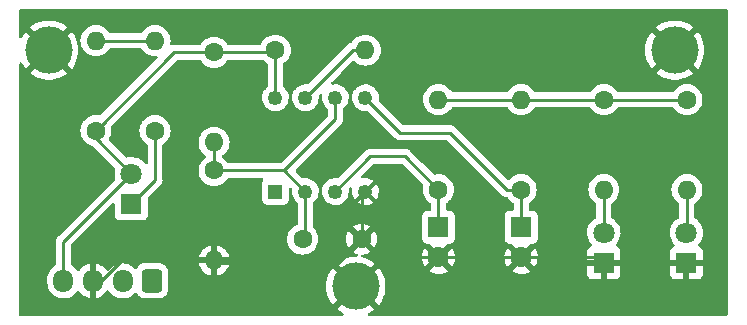
<source format=gbr>
%TF.GenerationSoftware,KiCad,Pcbnew,(6.0.8)*%
%TF.CreationDate,2022-11-29T14:53:20+01:00*%
%TF.ProjectId,l_g_d_d,6c5f675f-645f-4642-9e6b-696361645f70,rev?*%
%TF.SameCoordinates,Original*%
%TF.FileFunction,Copper,L1,Top*%
%TF.FilePolarity,Positive*%
%FSLAX46Y46*%
G04 Gerber Fmt 4.6, Leading zero omitted, Abs format (unit mm)*
G04 Created by KiCad (PCBNEW (6.0.8)) date 2022-11-29 14:53:20*
%MOMM*%
%LPD*%
G01*
G04 APERTURE LIST*
G04 Aperture macros list*
%AMRoundRect*
0 Rectangle with rounded corners*
0 $1 Rounding radius*
0 $2 $3 $4 $5 $6 $7 $8 $9 X,Y pos of 4 corners*
0 Add a 4 corners polygon primitive as box body*
4,1,4,$2,$3,$4,$5,$6,$7,$8,$9,$2,$3,0*
0 Add four circle primitives for the rounded corners*
1,1,$1+$1,$2,$3*
1,1,$1+$1,$4,$5*
1,1,$1+$1,$6,$7*
1,1,$1+$1,$8,$9*
0 Add four rect primitives between the rounded corners*
20,1,$1+$1,$2,$3,$4,$5,0*
20,1,$1+$1,$4,$5,$6,$7,0*
20,1,$1+$1,$6,$7,$8,$9,0*
20,1,$1+$1,$8,$9,$2,$3,0*%
G04 Aperture macros list end*
%TA.AperFunction,ComponentPad*%
%ADD10C,4.000000*%
%TD*%
%TA.AperFunction,ComponentPad*%
%ADD11C,1.600000*%
%TD*%
%TA.AperFunction,ComponentPad*%
%ADD12O,1.600000X1.600000*%
%TD*%
%TA.AperFunction,ComponentPad*%
%ADD13R,1.800000X1.800000*%
%TD*%
%TA.AperFunction,ComponentPad*%
%ADD14C,1.800000*%
%TD*%
%TA.AperFunction,ComponentPad*%
%ADD15RoundRect,0.250000X0.600000X0.725000X-0.600000X0.725000X-0.600000X-0.725000X0.600000X-0.725000X0*%
%TD*%
%TA.AperFunction,ComponentPad*%
%ADD16O,1.700000X1.950000*%
%TD*%
%TA.AperFunction,ComponentPad*%
%ADD17R,1.250000X1.250000*%
%TD*%
%TA.AperFunction,ComponentPad*%
%ADD18C,1.250000*%
%TD*%
%TA.AperFunction,Conductor*%
%ADD19C,0.250000*%
%TD*%
G04 APERTURE END LIST*
D10*
%TO.P,,1*%
%TO.N,GND*%
X100000000Y-64000000D03*
%TD*%
%TO.P,,1*%
%TO.N,GND*%
X153000000Y-64000000D03*
%TD*%
%TO.P,,1*%
%TO.N,GND*%
X126000000Y-84000000D03*
%TD*%
D11*
%TO.P,10k,1*%
%TO.N,Net-(R_IRR2-Pad1)*%
X140000000Y-75810000D03*
D12*
%TO.P,10k,2*%
%TO.N,VCC*%
X140000000Y-68190000D03*
%TD*%
D13*
%TO.P,D1,1,K*%
%TO.N,Net-(D1-Pad1)*%
X107000000Y-77000000D03*
D14*
%TO.P,D1,2,A*%
%TO.N,VCC*%
X107000000Y-74460000D03*
%TD*%
D13*
%TO.P,IRLED2,1,K*%
%TO.N,GND*%
X154000000Y-82000000D03*
D14*
%TO.P,IRLED2,2,A*%
%TO.N,Net-(R_IRE2-Pad2)*%
X154000000Y-79460000D03*
%TD*%
D11*
%TO.P,1k,1*%
%TO.N,VCC*%
X147000000Y-68190000D03*
D12*
%TO.P,1k,2*%
%TO.N,Net-(IRLED1-Pad2)*%
X147000000Y-75810000D03*
%TD*%
D15*
%TO.P,J1,1,Pin_1*%
%TO.N,Signal2*%
X108750000Y-83525000D03*
D16*
%TO.P,J1,2,Pin_2*%
%TO.N,Signal1*%
X106250000Y-83525000D03*
%TO.P,J1,3,Pin_3*%
%TO.N,GND*%
X103750000Y-83525000D03*
%TO.P,J1,4,Pin_4*%
%TO.N,VCC*%
X101250000Y-83525000D03*
%TD*%
D11*
%TO.P,10k,1*%
%TO.N,VCC*%
X114000000Y-64190000D03*
D12*
%TO.P,10k,2*%
%TO.N,Net-(C1-Pad2)*%
X114000000Y-71810000D03*
%TD*%
D13*
%TO.P,Q2,1,C*%
%TO.N,Net-(R_IRR2-Pad1)*%
X140000000Y-79000000D03*
D14*
%TO.P,Q2,2,E*%
%TO.N,GND*%
X140000000Y-81540000D03*
%TD*%
D17*
%TO.P,U1,1,1OUT*%
%TO.N,Signal1*%
X119190000Y-75970000D03*
D18*
%TO.P,U1,2,1IN\u2212*%
%TO.N,Net-(C1-Pad2)*%
X121730000Y-75970000D03*
%TO.P,U1,3,1IN+*%
%TO.N,Net-(Q1-Pad1)*%
X124270000Y-75970000D03*
%TO.P,U1,4,GND*%
%TO.N,GND*%
X126810000Y-75970000D03*
%TO.P,U1,5,2IN+*%
%TO.N,Net-(R_IRR2-Pad1)*%
X126810000Y-68030000D03*
%TO.P,U1,6,2IN-*%
%TO.N,Net-(C1-Pad2)*%
X124270000Y-68030000D03*
%TO.P,U1,7,2OUT*%
%TO.N,Signal2*%
X121730000Y-68030000D03*
%TO.P,U1,8,VCC*%
%TO.N,VCC*%
X119190000Y-68030000D03*
%TD*%
D11*
%TO.P,10k,1*%
%TO.N,Net-(C1-Pad2)*%
X114000000Y-74190000D03*
D12*
%TO.P,10k,2*%
%TO.N,GND*%
X114000000Y-81810000D03*
%TD*%
D13*
%TO.P,IRLED1,1,K*%
%TO.N,GND*%
X147000000Y-82000000D03*
D14*
%TO.P,IRLED1,2,A*%
%TO.N,Net-(IRLED1-Pad2)*%
X147000000Y-79460000D03*
%TD*%
D11*
%TO.P,1k,1*%
%TO.N,Net-(D1-Pad1)*%
X109000000Y-70810000D03*
D12*
%TO.P,1k,2*%
%TO.N,Signal1*%
X109000000Y-63190000D03*
%TD*%
D11*
%TO.P,C1,1*%
%TO.N,GND*%
X126500000Y-80000000D03*
%TO.P,C1,2*%
%TO.N,Net-(C1-Pad2)*%
X121500000Y-80000000D03*
%TD*%
D13*
%TO.P,Q1,1,C*%
%TO.N,Net-(Q1-Pad1)*%
X133000000Y-79000000D03*
D14*
%TO.P,Q1,2,E*%
%TO.N,GND*%
X133000000Y-81540000D03*
%TD*%
D11*
%TO.P,10k,1*%
%TO.N,VCC*%
X104000000Y-70810000D03*
D12*
%TO.P,10k,2*%
%TO.N,Signal1*%
X104000000Y-63190000D03*
%TD*%
D11*
%TO.P,1k,1*%
%TO.N,VCC*%
X154040000Y-68190000D03*
D12*
%TO.P,1k,2*%
%TO.N,Net-(R_IRE2-Pad2)*%
X154040000Y-75810000D03*
%TD*%
D11*
%TO.P,10k,1*%
%TO.N,Net-(Q1-Pad1)*%
X133000000Y-75810000D03*
D12*
%TO.P,10k,2*%
%TO.N,VCC*%
X133000000Y-68190000D03*
%TD*%
D11*
%TO.P,10k,1*%
%TO.N,VCC*%
X119190000Y-64000000D03*
D12*
%TO.P,10k,2*%
%TO.N,Signal2*%
X126810000Y-64000000D03*
%TD*%
D19*
%TO.N,Net-(D1-Pad1)*%
X109000000Y-75000000D02*
X109000000Y-70810000D01*
X107000000Y-77000000D02*
X109000000Y-75000000D01*
%TO.N,VCC*%
X114000000Y-64190000D02*
X119000000Y-64190000D01*
X107000000Y-74460000D02*
X104000000Y-71460000D01*
X133000000Y-68190000D02*
X140000000Y-68190000D01*
X119000000Y-64190000D02*
X119190000Y-64000000D01*
X101250000Y-83525000D02*
X101250000Y-80210000D01*
X110620000Y-64190000D02*
X104000000Y-70810000D01*
X101250000Y-80210000D02*
X107000000Y-74460000D01*
X114000000Y-64190000D02*
X110620000Y-64190000D01*
X119190000Y-64000000D02*
X119190000Y-68030000D01*
X140000000Y-68190000D02*
X147000000Y-68190000D01*
X147000000Y-68190000D02*
X154040000Y-68190000D01*
X104000000Y-71460000D02*
X104000000Y-70810000D01*
%TO.N,Net-(IRLED1-Pad2)*%
X147000000Y-75810000D02*
X147000000Y-79460000D01*
%TO.N,Net-(C1-Pad2)*%
X114000000Y-71810000D02*
X114000000Y-74190000D01*
X114000000Y-74190000D02*
X119810000Y-74190000D01*
X124270000Y-68030000D02*
X124270000Y-69870000D01*
X121730000Y-75970000D02*
X121730000Y-79770000D01*
X121730000Y-79770000D02*
X121500000Y-80000000D01*
X119950000Y-74190000D02*
X121730000Y-75970000D01*
X124270000Y-69870000D02*
X119950000Y-74190000D01*
X119810000Y-74190000D02*
X119950000Y-74190000D01*
%TO.N,Net-(Q1-Pad1)*%
X127240000Y-73000000D02*
X124270000Y-75970000D01*
X133000000Y-75810000D02*
X130190000Y-73000000D01*
X133000000Y-75810000D02*
X133000000Y-79000000D01*
X130190000Y-73000000D02*
X127240000Y-73000000D01*
%TO.N,Net-(R_IRE2-Pad2)*%
X154040000Y-75810000D02*
X154040000Y-79420000D01*
X154040000Y-79420000D02*
X154000000Y-79460000D01*
%TO.N,Signal1*%
X104000000Y-63190000D02*
X109000000Y-63190000D01*
%TO.N,Net-(R_IRR2-Pad1)*%
X140000000Y-75810000D02*
X140000000Y-79000000D01*
X140000000Y-75810000D02*
X138810000Y-75810000D01*
X129780000Y-71000000D02*
X126810000Y-68030000D01*
X134000000Y-71000000D02*
X129780000Y-71000000D01*
X138810000Y-75810000D02*
X134000000Y-71000000D01*
%TO.N,Signal2*%
X125760000Y-64000000D02*
X126810000Y-64000000D01*
X121730000Y-68030000D02*
X125760000Y-64000000D01*
%TO.N,GND*%
X147000000Y-82000000D02*
X154000000Y-82000000D01*
X140000000Y-81540000D02*
X146540000Y-81540000D01*
X133000000Y-81540000D02*
X128040000Y-81540000D01*
X128040000Y-81540000D02*
X126500000Y-80000000D01*
X133000000Y-81540000D02*
X140000000Y-81540000D01*
X114000000Y-81810000D02*
X106178299Y-81810000D01*
X126500000Y-80000000D02*
X124500000Y-82000000D01*
X106178299Y-81810000D02*
X104463299Y-83525000D01*
X126500000Y-80000000D02*
X126500000Y-76280000D01*
X124500000Y-82000000D02*
X114190000Y-82000000D01*
X146540000Y-81540000D02*
X147000000Y-82000000D01*
X126500000Y-76280000D02*
X126810000Y-75970000D01*
X104463299Y-83525000D02*
X103750000Y-83525000D01*
X114190000Y-82000000D02*
X114000000Y-81810000D01*
%TD*%
%TA.AperFunction,Conductor*%
%TO.N,GND*%
G36*
X157433621Y-60528502D02*
G01*
X157480114Y-60582158D01*
X157491500Y-60634500D01*
X157491500Y-86365500D01*
X157471498Y-86433621D01*
X157417842Y-86480114D01*
X157365500Y-86491500D01*
X127164697Y-86491500D01*
X127096576Y-86471498D01*
X127050083Y-86417842D01*
X127039979Y-86347568D01*
X127069473Y-86282988D01*
X127103996Y-86255085D01*
X127343039Y-86123670D01*
X127349719Y-86119430D01*
X127572823Y-85957336D01*
X127581246Y-85946413D01*
X127574342Y-85933552D01*
X126012812Y-84372022D01*
X125998868Y-84364408D01*
X125997035Y-84364539D01*
X125990420Y-84368790D01*
X124425334Y-85933876D01*
X124418721Y-85945987D01*
X124427548Y-85957605D01*
X124650281Y-86119430D01*
X124656961Y-86123670D01*
X124896004Y-86255085D01*
X124946063Y-86305431D01*
X124960956Y-86374848D01*
X124935955Y-86441297D01*
X124878998Y-86483681D01*
X124835303Y-86491500D01*
X97634500Y-86491500D01*
X97566379Y-86471498D01*
X97519886Y-86417842D01*
X97508500Y-86365500D01*
X97508500Y-83707890D01*
X99891500Y-83707890D01*
X99906080Y-83879720D01*
X99907418Y-83884875D01*
X99907419Y-83884881D01*
X99939785Y-84009580D01*
X99963999Y-84102872D01*
X100058688Y-84313075D01*
X100187441Y-84504319D01*
X100191120Y-84508176D01*
X100191122Y-84508178D01*
X100252710Y-84572738D01*
X100346576Y-84671135D01*
X100531542Y-84808754D01*
X100536293Y-84811170D01*
X100536297Y-84811172D01*
X100599481Y-84843296D01*
X100737051Y-84913240D01*
X100742145Y-84914822D01*
X100742148Y-84914823D01*
X100907583Y-84966192D01*
X100957227Y-84981607D01*
X100962516Y-84982308D01*
X101180489Y-85011198D01*
X101180494Y-85011198D01*
X101185774Y-85011898D01*
X101191103Y-85011698D01*
X101191105Y-85011698D01*
X101300966Y-85007574D01*
X101416158Y-85003249D01*
X101438802Y-84998498D01*
X101636572Y-84957002D01*
X101641791Y-84955907D01*
X101646750Y-84953949D01*
X101646752Y-84953948D01*
X101851256Y-84873185D01*
X101851258Y-84873184D01*
X101856221Y-84871224D01*
X101861525Y-84868006D01*
X102048757Y-84754390D01*
X102048756Y-84754390D01*
X102053317Y-84751623D01*
X102093134Y-84717072D01*
X102223412Y-84604023D01*
X102223414Y-84604021D01*
X102227445Y-84600523D01*
X102291048Y-84522954D01*
X102370240Y-84426373D01*
X102370244Y-84426367D01*
X102373624Y-84422245D01*
X102387413Y-84398022D01*
X102391829Y-84390265D01*
X102442912Y-84340959D01*
X102512542Y-84327098D01*
X102578613Y-84353082D01*
X102605851Y-84382232D01*
X102684852Y-84499578D01*
X102691519Y-84507870D01*
X102843228Y-84666900D01*
X102851186Y-84673941D01*
X103027525Y-84805141D01*
X103036562Y-84810745D01*
X103232484Y-84910357D01*
X103242335Y-84914357D01*
X103452240Y-84979534D01*
X103462624Y-84981817D01*
X103478043Y-84983861D01*
X103492207Y-84981665D01*
X103496000Y-84968478D01*
X103496000Y-84966192D01*
X104004000Y-84966192D01*
X104007973Y-84979723D01*
X104018580Y-84981248D01*
X104136421Y-84956523D01*
X104146617Y-84953463D01*
X104351029Y-84872737D01*
X104360561Y-84868006D01*
X104548462Y-84753984D01*
X104557052Y-84747720D01*
X104723052Y-84603673D01*
X104730472Y-84596042D01*
X104869826Y-84426089D01*
X104875848Y-84417326D01*
X104891238Y-84390289D01*
X104942320Y-84340982D01*
X105011951Y-84327120D01*
X105078022Y-84353103D01*
X105105261Y-84382253D01*
X105134773Y-84426089D01*
X105187441Y-84504319D01*
X105191120Y-84508176D01*
X105191122Y-84508178D01*
X105252710Y-84572738D01*
X105346576Y-84671135D01*
X105531542Y-84808754D01*
X105536293Y-84811170D01*
X105536297Y-84811172D01*
X105599481Y-84843296D01*
X105737051Y-84913240D01*
X105742145Y-84914822D01*
X105742148Y-84914823D01*
X105907583Y-84966192D01*
X105957227Y-84981607D01*
X105962516Y-84982308D01*
X106180489Y-85011198D01*
X106180494Y-85011198D01*
X106185774Y-85011898D01*
X106191103Y-85011698D01*
X106191105Y-85011698D01*
X106300966Y-85007574D01*
X106416158Y-85003249D01*
X106438802Y-84998498D01*
X106636572Y-84957002D01*
X106641791Y-84955907D01*
X106646750Y-84953949D01*
X106646752Y-84953948D01*
X106851256Y-84873185D01*
X106851258Y-84873184D01*
X106856221Y-84871224D01*
X106861525Y-84868006D01*
X107048757Y-84754390D01*
X107048756Y-84754390D01*
X107053317Y-84751623D01*
X107093134Y-84717072D01*
X107223412Y-84604023D01*
X107223414Y-84604021D01*
X107227445Y-84600523D01*
X107256670Y-84564880D01*
X107315329Y-84524886D01*
X107386299Y-84522954D01*
X107447048Y-84559698D01*
X107461248Y-84578468D01*
X107477062Y-84604023D01*
X107551522Y-84724348D01*
X107676697Y-84849305D01*
X107682927Y-84853145D01*
X107682928Y-84853146D01*
X107820090Y-84937694D01*
X107827262Y-84942115D01*
X107862938Y-84953948D01*
X107988611Y-84995632D01*
X107988613Y-84995632D01*
X107995139Y-84997797D01*
X108001975Y-84998497D01*
X108001978Y-84998498D01*
X108037663Y-85002154D01*
X108099600Y-85008500D01*
X109400400Y-85008500D01*
X109403646Y-85008163D01*
X109403650Y-85008163D01*
X109499308Y-84998238D01*
X109499312Y-84998237D01*
X109506166Y-84997526D01*
X109512702Y-84995345D01*
X109512704Y-84995345D01*
X109644806Y-84951272D01*
X109673946Y-84941550D01*
X109824348Y-84848478D01*
X109949305Y-84723303D01*
X109981462Y-84671135D01*
X110038275Y-84578968D01*
X110038276Y-84578966D01*
X110042115Y-84572738D01*
X110097797Y-84404861D01*
X110099293Y-84390265D01*
X110105762Y-84327120D01*
X110108500Y-84300400D01*
X110108500Y-84003958D01*
X123487290Y-84003958D01*
X123506607Y-84310994D01*
X123507600Y-84318855D01*
X123565246Y-84621046D01*
X123567217Y-84628723D01*
X123662284Y-84921309D01*
X123665199Y-84928672D01*
X123796189Y-85207041D01*
X123800001Y-85213974D01*
X123964851Y-85473736D01*
X123969495Y-85480129D01*
X124044497Y-85570790D01*
X124057014Y-85579245D01*
X124067752Y-85573038D01*
X125627978Y-84012812D01*
X125634356Y-84001132D01*
X126364408Y-84001132D01*
X126364539Y-84002965D01*
X126368790Y-84009580D01*
X127931145Y-85571935D01*
X127944407Y-85579177D01*
X127954512Y-85571988D01*
X128030505Y-85480129D01*
X128035149Y-85473736D01*
X128199999Y-85213974D01*
X128203811Y-85207041D01*
X128334801Y-84928672D01*
X128337716Y-84921309D01*
X128432783Y-84628723D01*
X128434754Y-84621046D01*
X128492400Y-84318855D01*
X128493393Y-84310994D01*
X128512710Y-84003958D01*
X128512710Y-83996042D01*
X128493393Y-83689006D01*
X128492400Y-83681145D01*
X128434754Y-83378954D01*
X128432783Y-83371277D01*
X128337716Y-83078691D01*
X128334801Y-83071328D01*
X128203811Y-82792959D01*
X128199999Y-82786026D01*
X128146298Y-82701406D01*
X132203423Y-82701406D01*
X132208704Y-82708461D01*
X132385080Y-82811527D01*
X132394363Y-82815974D01*
X132601003Y-82894883D01*
X132610901Y-82897759D01*
X132827653Y-82941857D01*
X132837883Y-82943076D01*
X133058914Y-82951182D01*
X133069223Y-82950714D01*
X133288623Y-82922608D01*
X133298688Y-82920468D01*
X133510557Y-82856905D01*
X133520152Y-82853144D01*
X133718778Y-82755838D01*
X133727636Y-82750559D01*
X133785097Y-82709572D01*
X133791509Y-82701406D01*
X139203423Y-82701406D01*
X139208704Y-82708461D01*
X139385080Y-82811527D01*
X139394363Y-82815974D01*
X139601003Y-82894883D01*
X139610901Y-82897759D01*
X139827653Y-82941857D01*
X139837883Y-82943076D01*
X140058914Y-82951182D01*
X140069223Y-82950714D01*
X140116411Y-82944669D01*
X145592001Y-82944669D01*
X145592371Y-82951490D01*
X145597895Y-83002352D01*
X145601521Y-83017604D01*
X145646676Y-83138054D01*
X145655214Y-83153649D01*
X145731715Y-83255724D01*
X145744276Y-83268285D01*
X145846351Y-83344786D01*
X145861946Y-83353324D01*
X145982394Y-83398478D01*
X145997649Y-83402105D01*
X146048514Y-83407631D01*
X146055328Y-83408000D01*
X146727885Y-83408000D01*
X146743124Y-83403525D01*
X146744329Y-83402135D01*
X146746000Y-83394452D01*
X146746000Y-83389884D01*
X147254000Y-83389884D01*
X147258475Y-83405123D01*
X147259865Y-83406328D01*
X147267548Y-83407999D01*
X147944669Y-83407999D01*
X147951490Y-83407629D01*
X148002352Y-83402105D01*
X148017604Y-83398479D01*
X148138054Y-83353324D01*
X148153649Y-83344786D01*
X148255724Y-83268285D01*
X148268285Y-83255724D01*
X148344786Y-83153649D01*
X148353324Y-83138054D01*
X148398478Y-83017606D01*
X148402105Y-83002351D01*
X148407631Y-82951486D01*
X148408000Y-82944672D01*
X148408000Y-82944669D01*
X152592001Y-82944669D01*
X152592371Y-82951490D01*
X152597895Y-83002352D01*
X152601521Y-83017604D01*
X152646676Y-83138054D01*
X152655214Y-83153649D01*
X152731715Y-83255724D01*
X152744276Y-83268285D01*
X152846351Y-83344786D01*
X152861946Y-83353324D01*
X152982394Y-83398478D01*
X152997649Y-83402105D01*
X153048514Y-83407631D01*
X153055328Y-83408000D01*
X153727885Y-83408000D01*
X153743124Y-83403525D01*
X153744329Y-83402135D01*
X153746000Y-83394452D01*
X153746000Y-83389884D01*
X154254000Y-83389884D01*
X154258475Y-83405123D01*
X154259865Y-83406328D01*
X154267548Y-83407999D01*
X154944669Y-83407999D01*
X154951490Y-83407629D01*
X155002352Y-83402105D01*
X155017604Y-83398479D01*
X155138054Y-83353324D01*
X155153649Y-83344786D01*
X155255724Y-83268285D01*
X155268285Y-83255724D01*
X155344786Y-83153649D01*
X155353324Y-83138054D01*
X155398478Y-83017606D01*
X155402105Y-83002351D01*
X155407631Y-82951486D01*
X155408000Y-82944672D01*
X155408000Y-82272115D01*
X155403525Y-82256876D01*
X155402135Y-82255671D01*
X155394452Y-82254000D01*
X154272115Y-82254000D01*
X154256876Y-82258475D01*
X154255671Y-82259865D01*
X154254000Y-82267548D01*
X154254000Y-83389884D01*
X153746000Y-83389884D01*
X153746000Y-82272115D01*
X153741525Y-82256876D01*
X153740135Y-82255671D01*
X153732452Y-82254000D01*
X152610116Y-82254000D01*
X152594877Y-82258475D01*
X152593672Y-82259865D01*
X152592001Y-82267548D01*
X152592001Y-82944669D01*
X148408000Y-82944669D01*
X148408000Y-82272115D01*
X148403525Y-82256876D01*
X148402135Y-82255671D01*
X148394452Y-82254000D01*
X147272115Y-82254000D01*
X147256876Y-82258475D01*
X147255671Y-82259865D01*
X147254000Y-82267548D01*
X147254000Y-83389884D01*
X146746000Y-83389884D01*
X146746000Y-82272115D01*
X146741525Y-82256876D01*
X146740135Y-82255671D01*
X146732452Y-82254000D01*
X145610116Y-82254000D01*
X145594877Y-82258475D01*
X145593672Y-82259865D01*
X145592001Y-82267548D01*
X145592001Y-82944669D01*
X140116411Y-82944669D01*
X140288623Y-82922608D01*
X140298688Y-82920468D01*
X140510557Y-82856905D01*
X140520152Y-82853144D01*
X140718778Y-82755838D01*
X140727636Y-82750559D01*
X140785097Y-82709572D01*
X140793497Y-82698874D01*
X140786510Y-82685721D01*
X140012811Y-81912021D01*
X139998868Y-81904408D01*
X139997034Y-81904539D01*
X139990420Y-81908790D01*
X139210180Y-82689031D01*
X139203423Y-82701406D01*
X133791509Y-82701406D01*
X133793497Y-82698874D01*
X133786510Y-82685721D01*
X133012811Y-81912021D01*
X132998868Y-81904408D01*
X132997034Y-81904539D01*
X132990420Y-81908790D01*
X132210180Y-82689031D01*
X132203423Y-82701406D01*
X128146298Y-82701406D01*
X128035149Y-82526264D01*
X128030505Y-82519871D01*
X127955503Y-82429210D01*
X127942986Y-82420755D01*
X127932248Y-82426962D01*
X126372022Y-83987188D01*
X126364408Y-84001132D01*
X125634356Y-84001132D01*
X125635592Y-83998868D01*
X125635461Y-83997035D01*
X125631210Y-83990420D01*
X124068855Y-82428065D01*
X124055593Y-82420823D01*
X124045488Y-82428012D01*
X123969495Y-82519871D01*
X123964851Y-82526264D01*
X123800001Y-82786026D01*
X123796189Y-82792959D01*
X123665199Y-83071328D01*
X123662284Y-83078691D01*
X123567217Y-83371277D01*
X123565246Y-83378954D01*
X123507600Y-83681145D01*
X123506607Y-83689006D01*
X123487290Y-83996042D01*
X123487290Y-84003958D01*
X110108500Y-84003958D01*
X110108500Y-82749600D01*
X110104292Y-82709041D01*
X110098238Y-82650692D01*
X110098237Y-82650688D01*
X110097526Y-82643834D01*
X110093710Y-82632394D01*
X110043868Y-82483002D01*
X110041550Y-82476054D01*
X109948478Y-82325652D01*
X109823303Y-82200695D01*
X109792965Y-82181994D01*
X109678968Y-82111725D01*
X109678966Y-82111724D01*
X109672738Y-82107885D01*
X109578181Y-82076522D01*
X112717273Y-82076522D01*
X112764764Y-82253761D01*
X112768510Y-82264053D01*
X112860586Y-82461511D01*
X112866069Y-82471007D01*
X112991028Y-82649467D01*
X112998084Y-82657875D01*
X113152125Y-82811916D01*
X113160533Y-82818972D01*
X113338993Y-82943931D01*
X113348489Y-82949414D01*
X113545947Y-83041490D01*
X113556239Y-83045236D01*
X113728503Y-83091394D01*
X113742599Y-83091058D01*
X113746000Y-83083116D01*
X113746000Y-83077967D01*
X114254000Y-83077967D01*
X114257973Y-83091498D01*
X114266522Y-83092727D01*
X114443761Y-83045236D01*
X114454053Y-83041490D01*
X114651511Y-82949414D01*
X114661007Y-82943931D01*
X114839467Y-82818972D01*
X114847875Y-82811916D01*
X115001916Y-82657875D01*
X115008972Y-82649467D01*
X115133931Y-82471007D01*
X115139414Y-82461511D01*
X115231490Y-82264053D01*
X115235236Y-82253761D01*
X115281394Y-82081497D01*
X115281058Y-82067401D01*
X115273116Y-82064000D01*
X114272115Y-82064000D01*
X114256876Y-82068475D01*
X114255671Y-82069865D01*
X114254000Y-82077548D01*
X114254000Y-83077967D01*
X113746000Y-83077967D01*
X113746000Y-82082115D01*
X113741525Y-82066876D01*
X113740135Y-82065671D01*
X113732452Y-82064000D01*
X112732033Y-82064000D01*
X112718502Y-82067973D01*
X112717273Y-82076522D01*
X109578181Y-82076522D01*
X109559353Y-82070277D01*
X109511389Y-82054368D01*
X109511387Y-82054368D01*
X109509033Y-82053587D01*
X124418754Y-82053587D01*
X124425658Y-82066448D01*
X125987188Y-83627978D01*
X126001132Y-83635592D01*
X126002965Y-83635461D01*
X126009580Y-83631210D01*
X127574666Y-82066124D01*
X127581279Y-82054013D01*
X127572452Y-82042395D01*
X127349719Y-81880570D01*
X127343039Y-81876330D01*
X127073428Y-81728110D01*
X127066293Y-81724753D01*
X126780230Y-81611492D01*
X126772704Y-81609047D01*
X126557369Y-81553758D01*
X126496363Y-81517444D01*
X126492968Y-81510638D01*
X131587893Y-81510638D01*
X131600627Y-81731468D01*
X131602061Y-81741670D01*
X131650685Y-81957439D01*
X131653773Y-81967292D01*
X131736986Y-82172220D01*
X131741634Y-82181421D01*
X131830097Y-82325781D01*
X131840553Y-82335242D01*
X131849331Y-82331458D01*
X132627979Y-81552811D01*
X132634356Y-81541132D01*
X133364408Y-81541132D01*
X133364539Y-81542966D01*
X133368790Y-81549580D01*
X134146307Y-82327096D01*
X134158313Y-82333652D01*
X134170052Y-82324684D01*
X134208010Y-82271859D01*
X134213321Y-82263020D01*
X134311318Y-82064737D01*
X134315117Y-82055142D01*
X134379415Y-81843517D01*
X134381594Y-81833436D01*
X134410702Y-81612338D01*
X134411221Y-81605663D01*
X134412744Y-81543364D01*
X134412550Y-81536646D01*
X134410412Y-81510638D01*
X138587893Y-81510638D01*
X138600627Y-81731468D01*
X138602061Y-81741670D01*
X138650685Y-81957439D01*
X138653773Y-81967292D01*
X138736986Y-82172220D01*
X138741634Y-82181421D01*
X138830097Y-82325781D01*
X138840553Y-82335242D01*
X138849331Y-82331458D01*
X139627979Y-81552811D01*
X139634356Y-81541132D01*
X140364408Y-81541132D01*
X140364539Y-81542966D01*
X140368790Y-81549580D01*
X141146307Y-82327096D01*
X141158313Y-82333652D01*
X141170052Y-82324684D01*
X141208010Y-82271859D01*
X141213321Y-82263020D01*
X141311318Y-82064737D01*
X141315117Y-82055142D01*
X141379415Y-81843517D01*
X141381594Y-81833436D01*
X141410702Y-81612338D01*
X141411221Y-81605663D01*
X141412744Y-81543364D01*
X141412550Y-81536646D01*
X141394279Y-81314400D01*
X141392596Y-81304238D01*
X141338710Y-81089708D01*
X141335389Y-81079953D01*
X141247193Y-80877118D01*
X141242315Y-80868020D01*
X141169224Y-80755038D01*
X141158538Y-80745835D01*
X141148973Y-80750238D01*
X140372021Y-81527189D01*
X140364408Y-81541132D01*
X139634356Y-81541132D01*
X139635592Y-81538868D01*
X139635461Y-81537034D01*
X139631210Y-81530420D01*
X138853862Y-80753073D01*
X138842330Y-80746776D01*
X138830048Y-80756399D01*
X138774467Y-80837877D01*
X138769379Y-80846833D01*
X138676252Y-81047459D01*
X138672689Y-81057146D01*
X138613581Y-81270280D01*
X138611650Y-81280400D01*
X138588145Y-81500349D01*
X138587893Y-81510638D01*
X134410412Y-81510638D01*
X134394279Y-81314400D01*
X134392596Y-81304238D01*
X134338710Y-81089708D01*
X134335389Y-81079953D01*
X134247193Y-80877118D01*
X134242315Y-80868020D01*
X134169224Y-80755038D01*
X134158538Y-80745835D01*
X134148973Y-80750238D01*
X133372021Y-81527189D01*
X133364408Y-81541132D01*
X132634356Y-81541132D01*
X132635592Y-81538868D01*
X132635461Y-81537034D01*
X132631210Y-81530420D01*
X131853862Y-80753073D01*
X131842330Y-80746776D01*
X131830048Y-80756399D01*
X131774467Y-80837877D01*
X131769379Y-80846833D01*
X131676252Y-81047459D01*
X131672689Y-81057146D01*
X131613581Y-81270280D01*
X131611650Y-81280400D01*
X131588145Y-81500349D01*
X131587893Y-81510638D01*
X126492968Y-81510638D01*
X126464674Y-81453911D01*
X126472364Y-81383332D01*
X126516992Y-81328115D01*
X126577723Y-81306196D01*
X126722520Y-81293528D01*
X126733312Y-81291625D01*
X126943761Y-81235236D01*
X126954053Y-81231490D01*
X127151511Y-81139414D01*
X127161006Y-81133931D01*
X127213048Y-81097491D01*
X127221424Y-81087012D01*
X127214356Y-81073566D01*
X126512812Y-80372022D01*
X126498868Y-80364408D01*
X126497035Y-80364539D01*
X126490420Y-80368790D01*
X125784923Y-81074287D01*
X125778493Y-81086062D01*
X125787789Y-81098077D01*
X125838994Y-81133931D01*
X125848489Y-81139414D01*
X126045947Y-81231490D01*
X126056239Y-81235236D01*
X126090041Y-81244293D01*
X126150664Y-81281245D01*
X126181685Y-81345105D01*
X126173257Y-81415600D01*
X126128054Y-81470347D01*
X126057430Y-81492000D01*
X125846169Y-81492000D01*
X125838278Y-81492497D01*
X125533050Y-81531055D01*
X125525279Y-81532538D01*
X125227296Y-81609047D01*
X125219770Y-81611492D01*
X124933707Y-81724753D01*
X124926572Y-81728110D01*
X124656961Y-81876330D01*
X124650281Y-81880570D01*
X124427177Y-82042664D01*
X124418754Y-82053587D01*
X109509033Y-82053587D01*
X109504861Y-82052203D01*
X109498025Y-82051503D01*
X109498022Y-82051502D01*
X109454969Y-82047091D01*
X109400400Y-82041500D01*
X108099600Y-82041500D01*
X108096354Y-82041837D01*
X108096350Y-82041837D01*
X108000692Y-82051762D01*
X108000688Y-82051763D01*
X107993834Y-82052474D01*
X107987298Y-82054655D01*
X107987296Y-82054655D01*
X107855194Y-82098728D01*
X107826054Y-82108450D01*
X107675652Y-82201522D01*
X107550695Y-82326697D01*
X107477170Y-82445977D01*
X107460920Y-82472339D01*
X107408148Y-82519832D01*
X107338076Y-82531256D01*
X107272952Y-82502982D01*
X107262490Y-82493195D01*
X107201451Y-82429210D01*
X107153424Y-82378865D01*
X106968458Y-82241246D01*
X106963707Y-82238830D01*
X106963703Y-82238828D01*
X106845588Y-82178776D01*
X106762949Y-82136760D01*
X106757855Y-82135178D01*
X106757852Y-82135177D01*
X106547871Y-82069976D01*
X106542773Y-82068393D01*
X106528098Y-82066448D01*
X106319511Y-82038802D01*
X106319506Y-82038802D01*
X106314226Y-82038102D01*
X106308897Y-82038302D01*
X106308895Y-82038302D01*
X106199873Y-82042395D01*
X106083842Y-82046751D01*
X106078623Y-82047846D01*
X106056566Y-82052474D01*
X105858209Y-82094093D01*
X105853250Y-82096051D01*
X105853248Y-82096052D01*
X105648744Y-82176815D01*
X105648742Y-82176816D01*
X105643779Y-82178776D01*
X105639220Y-82181543D01*
X105639217Y-82181544D01*
X105544113Y-82239255D01*
X105446683Y-82298377D01*
X105442653Y-82301874D01*
X105295911Y-82429210D01*
X105272555Y-82449477D01*
X105253809Y-82472339D01*
X105129760Y-82623627D01*
X105129756Y-82623633D01*
X105126376Y-82627755D01*
X105123733Y-82632398D01*
X105108171Y-82659735D01*
X105057088Y-82709041D01*
X104987458Y-82722902D01*
X104921387Y-82696918D01*
X104894149Y-82667768D01*
X104815148Y-82550422D01*
X104808481Y-82542130D01*
X104656772Y-82383100D01*
X104648814Y-82376059D01*
X104472475Y-82244859D01*
X104463438Y-82239255D01*
X104267516Y-82139643D01*
X104257665Y-82135643D01*
X104047760Y-82070466D01*
X104037376Y-82068183D01*
X104021957Y-82066139D01*
X104007793Y-82068335D01*
X104004000Y-82081522D01*
X104004000Y-84966192D01*
X103496000Y-84966192D01*
X103496000Y-82083808D01*
X103492027Y-82070277D01*
X103481420Y-82068752D01*
X103363579Y-82093477D01*
X103353383Y-82096537D01*
X103148971Y-82177263D01*
X103139439Y-82181994D01*
X102951538Y-82296016D01*
X102942948Y-82302280D01*
X102776948Y-82446327D01*
X102769528Y-82453958D01*
X102630174Y-82623911D01*
X102624152Y-82632674D01*
X102608762Y-82659711D01*
X102557680Y-82709018D01*
X102488049Y-82722880D01*
X102421978Y-82696897D01*
X102394739Y-82667747D01*
X102358869Y-82614468D01*
X102312559Y-82545681D01*
X102287938Y-82519871D01*
X102201451Y-82429210D01*
X102153424Y-82378865D01*
X101968458Y-82241246D01*
X101963706Y-82238830D01*
X101963698Y-82238825D01*
X101952394Y-82233078D01*
X101900737Y-82184375D01*
X101883500Y-82120762D01*
X101883500Y-81538503D01*
X112718606Y-81538503D01*
X112718942Y-81552599D01*
X112726884Y-81556000D01*
X113727885Y-81556000D01*
X113743124Y-81551525D01*
X113744329Y-81550135D01*
X113746000Y-81542452D01*
X113746000Y-81537885D01*
X114254000Y-81537885D01*
X114258475Y-81553124D01*
X114259865Y-81554329D01*
X114267548Y-81556000D01*
X115267967Y-81556000D01*
X115281498Y-81552027D01*
X115282727Y-81543478D01*
X115235236Y-81366239D01*
X115231490Y-81355947D01*
X115139414Y-81158489D01*
X115133931Y-81148993D01*
X115008972Y-80970533D01*
X115001916Y-80962125D01*
X114847875Y-80808084D01*
X114839467Y-80801028D01*
X114661007Y-80676069D01*
X114651511Y-80670586D01*
X114454053Y-80578510D01*
X114443761Y-80574764D01*
X114271497Y-80528606D01*
X114257401Y-80528942D01*
X114254000Y-80536884D01*
X114254000Y-81537885D01*
X113746000Y-81537885D01*
X113746000Y-80542033D01*
X113742027Y-80528502D01*
X113733478Y-80527273D01*
X113556239Y-80574764D01*
X113545947Y-80578510D01*
X113348489Y-80670586D01*
X113338993Y-80676069D01*
X113160533Y-80801028D01*
X113152125Y-80808084D01*
X112998084Y-80962125D01*
X112991028Y-80970533D01*
X112866069Y-81148993D01*
X112860586Y-81158489D01*
X112768510Y-81355947D01*
X112764764Y-81366239D01*
X112718606Y-81538503D01*
X101883500Y-81538503D01*
X101883500Y-80524594D01*
X101903502Y-80456473D01*
X101920405Y-80435499D01*
X105376405Y-76979500D01*
X105438717Y-76945474D01*
X105509533Y-76950539D01*
X105566368Y-76993086D01*
X105591179Y-77059606D01*
X105591500Y-77068595D01*
X105591500Y-77948134D01*
X105598255Y-78010316D01*
X105649385Y-78146705D01*
X105736739Y-78263261D01*
X105853295Y-78350615D01*
X105989684Y-78401745D01*
X106051866Y-78408500D01*
X107948134Y-78408500D01*
X108010316Y-78401745D01*
X108146705Y-78350615D01*
X108263261Y-78263261D01*
X108350615Y-78146705D01*
X108401745Y-78010316D01*
X108408500Y-77948134D01*
X108408500Y-76539594D01*
X108428502Y-76471473D01*
X108445401Y-76450503D01*
X109392264Y-75503641D01*
X109400538Y-75496112D01*
X109407018Y-75492000D01*
X109453644Y-75442348D01*
X109456398Y-75439507D01*
X109476135Y-75419770D01*
X109478615Y-75416573D01*
X109486320Y-75407551D01*
X109511159Y-75381100D01*
X109516586Y-75375321D01*
X109520405Y-75368375D01*
X109520407Y-75368372D01*
X109526348Y-75357566D01*
X109537199Y-75341047D01*
X109544758Y-75331301D01*
X109549614Y-75325041D01*
X109552759Y-75317772D01*
X109552762Y-75317768D01*
X109567174Y-75284463D01*
X109572391Y-75273813D01*
X109593695Y-75235060D01*
X109598733Y-75215437D01*
X109605137Y-75196734D01*
X109610033Y-75185420D01*
X109610033Y-75185419D01*
X109613181Y-75178145D01*
X109614420Y-75170322D01*
X109614423Y-75170312D01*
X109620099Y-75134476D01*
X109622505Y-75122856D01*
X109631528Y-75087711D01*
X109631528Y-75087710D01*
X109633500Y-75080030D01*
X109633500Y-75059776D01*
X109635051Y-75040065D01*
X109636980Y-75027886D01*
X109638220Y-75020057D01*
X109634059Y-74976038D01*
X109633500Y-74964181D01*
X109633500Y-74190000D01*
X112686502Y-74190000D01*
X112706457Y-74418087D01*
X112707881Y-74423400D01*
X112707881Y-74423402D01*
X112748313Y-74574293D01*
X112765716Y-74639243D01*
X112768039Y-74644224D01*
X112768039Y-74644225D01*
X112860151Y-74841762D01*
X112860154Y-74841767D01*
X112862477Y-74846749D01*
X112884725Y-74878522D01*
X112987336Y-75025065D01*
X112993802Y-75034300D01*
X113155700Y-75196198D01*
X113160208Y-75199355D01*
X113160211Y-75199357D01*
X113221113Y-75242001D01*
X113343251Y-75327523D01*
X113348233Y-75329846D01*
X113348238Y-75329849D01*
X113545775Y-75421961D01*
X113550757Y-75424284D01*
X113556065Y-75425706D01*
X113556067Y-75425707D01*
X113766598Y-75482119D01*
X113766600Y-75482119D01*
X113771913Y-75483543D01*
X114000000Y-75503498D01*
X114228087Y-75483543D01*
X114233400Y-75482119D01*
X114233402Y-75482119D01*
X114443933Y-75425707D01*
X114443935Y-75425706D01*
X114449243Y-75424284D01*
X114454225Y-75421961D01*
X114651762Y-75329849D01*
X114651767Y-75329846D01*
X114656749Y-75327523D01*
X114778887Y-75242001D01*
X114839789Y-75199357D01*
X114839792Y-75199355D01*
X114844300Y-75196198D01*
X115006198Y-75034300D01*
X115010689Y-75027886D01*
X115116181Y-74877229D01*
X115171638Y-74832901D01*
X115219394Y-74823500D01*
X118068442Y-74823500D01*
X118136563Y-74843502D01*
X118183056Y-74897158D01*
X118193160Y-74967432D01*
X118169268Y-75025065D01*
X118114385Y-75098295D01*
X118063255Y-75234684D01*
X118056500Y-75296866D01*
X118056500Y-76643134D01*
X118063255Y-76705316D01*
X118114385Y-76841705D01*
X118201739Y-76958261D01*
X118318295Y-77045615D01*
X118454684Y-77096745D01*
X118516866Y-77103500D01*
X119863134Y-77103500D01*
X119925316Y-77096745D01*
X120061705Y-77045615D01*
X120178261Y-76958261D01*
X120265615Y-76841705D01*
X120316745Y-76705316D01*
X120323500Y-76643134D01*
X120323500Y-75763594D01*
X120343502Y-75695473D01*
X120397158Y-75648980D01*
X120467432Y-75638876D01*
X120532012Y-75668370D01*
X120538595Y-75674499D01*
X120571283Y-75707187D01*
X120605309Y-75769499D01*
X120607315Y-75811092D01*
X120592034Y-75940201D01*
X120605659Y-76148078D01*
X120656938Y-76349991D01*
X120744155Y-76539178D01*
X120864387Y-76709303D01*
X120868521Y-76713330D01*
X120974118Y-76816198D01*
X121013609Y-76854669D01*
X121040502Y-76872638D01*
X121086029Y-76927114D01*
X121096500Y-76977403D01*
X121096500Y-78664114D01*
X121076498Y-78732235D01*
X121023750Y-78778309D01*
X120848238Y-78860151D01*
X120848233Y-78860154D01*
X120843251Y-78862477D01*
X120786080Y-78902509D01*
X120660211Y-78990643D01*
X120660208Y-78990645D01*
X120655700Y-78993802D01*
X120493802Y-79155700D01*
X120362477Y-79343251D01*
X120360154Y-79348233D01*
X120360151Y-79348238D01*
X120360034Y-79348489D01*
X120265716Y-79550757D01*
X120264294Y-79556065D01*
X120264293Y-79556067D01*
X120220903Y-79718000D01*
X120206457Y-79771913D01*
X120186502Y-80000000D01*
X120206457Y-80228087D01*
X120207881Y-80233400D01*
X120207881Y-80233402D01*
X120255571Y-80411380D01*
X120265716Y-80449243D01*
X120268039Y-80454224D01*
X120268039Y-80454225D01*
X120360151Y-80651762D01*
X120360154Y-80651767D01*
X120362477Y-80656749D01*
X120365634Y-80661257D01*
X120489305Y-80837877D01*
X120493802Y-80844300D01*
X120655700Y-81006198D01*
X120660208Y-81009355D01*
X120660211Y-81009357D01*
X120716133Y-81048514D01*
X120843251Y-81137523D01*
X120848233Y-81139846D01*
X120848238Y-81139849D01*
X121044765Y-81231490D01*
X121050757Y-81234284D01*
X121056065Y-81235706D01*
X121056067Y-81235707D01*
X121266598Y-81292119D01*
X121266600Y-81292119D01*
X121271913Y-81293543D01*
X121500000Y-81313498D01*
X121728087Y-81293543D01*
X121733400Y-81292119D01*
X121733402Y-81292119D01*
X121943933Y-81235707D01*
X121943935Y-81235706D01*
X121949243Y-81234284D01*
X121955235Y-81231490D01*
X122151762Y-81139849D01*
X122151767Y-81139846D01*
X122156749Y-81137523D01*
X122283867Y-81048514D01*
X122339789Y-81009357D01*
X122339792Y-81009355D01*
X122344300Y-81006198D01*
X122506198Y-80844300D01*
X122510696Y-80837877D01*
X122634366Y-80661257D01*
X122637523Y-80656749D01*
X122639846Y-80651767D01*
X122639849Y-80651762D01*
X122731961Y-80454225D01*
X122731961Y-80454224D01*
X122734284Y-80449243D01*
X122744430Y-80411380D01*
X122792119Y-80233402D01*
X122792119Y-80233400D01*
X122793543Y-80228087D01*
X122813019Y-80005475D01*
X125187483Y-80005475D01*
X125206472Y-80222519D01*
X125208375Y-80233312D01*
X125264764Y-80443761D01*
X125268510Y-80454053D01*
X125360586Y-80651511D01*
X125366069Y-80661006D01*
X125402509Y-80713048D01*
X125412988Y-80721424D01*
X125426434Y-80714356D01*
X126127978Y-80012812D01*
X126134356Y-80001132D01*
X126864408Y-80001132D01*
X126864539Y-80002965D01*
X126868790Y-80009580D01*
X127574287Y-80715077D01*
X127586062Y-80721507D01*
X127598077Y-80712211D01*
X127633931Y-80661006D01*
X127639414Y-80651511D01*
X127731490Y-80454053D01*
X127735236Y-80443761D01*
X127791625Y-80233312D01*
X127793528Y-80222519D01*
X127812517Y-80005475D01*
X127812517Y-79994525D01*
X127793528Y-79777481D01*
X127791625Y-79766688D01*
X127735236Y-79556239D01*
X127731490Y-79545947D01*
X127639414Y-79348489D01*
X127633931Y-79338994D01*
X127597491Y-79286952D01*
X127587012Y-79278576D01*
X127573566Y-79285644D01*
X126872022Y-79987188D01*
X126864408Y-80001132D01*
X126134356Y-80001132D01*
X126135592Y-79998868D01*
X126135461Y-79997035D01*
X126131210Y-79990420D01*
X125425713Y-79284923D01*
X125413938Y-79278493D01*
X125401923Y-79287789D01*
X125366069Y-79338994D01*
X125360586Y-79348489D01*
X125268510Y-79545947D01*
X125264764Y-79556239D01*
X125208375Y-79766688D01*
X125206472Y-79777481D01*
X125187483Y-79994525D01*
X125187483Y-80005475D01*
X122813019Y-80005475D01*
X122813498Y-80000000D01*
X122793543Y-79771913D01*
X122779097Y-79718000D01*
X122735707Y-79556067D01*
X122735706Y-79556065D01*
X122734284Y-79550757D01*
X122639966Y-79348489D01*
X122639849Y-79348238D01*
X122639846Y-79348233D01*
X122637523Y-79343251D01*
X122506198Y-79155700D01*
X122400405Y-79049907D01*
X122366379Y-78987595D01*
X122363500Y-78960812D01*
X122363500Y-78912988D01*
X125778576Y-78912988D01*
X125785644Y-78926434D01*
X126487188Y-79627978D01*
X126501132Y-79635592D01*
X126502965Y-79635461D01*
X126509580Y-79631210D01*
X127215077Y-78925713D01*
X127221507Y-78913938D01*
X127212211Y-78901923D01*
X127161006Y-78866069D01*
X127151511Y-78860586D01*
X126954053Y-78768510D01*
X126943761Y-78764764D01*
X126733312Y-78708375D01*
X126722519Y-78706472D01*
X126505475Y-78687483D01*
X126494525Y-78687483D01*
X126277481Y-78706472D01*
X126266688Y-78708375D01*
X126056239Y-78764764D01*
X126045947Y-78768510D01*
X125848489Y-78860586D01*
X125838994Y-78866069D01*
X125786952Y-78902509D01*
X125778576Y-78912988D01*
X122363500Y-78912988D01*
X122363500Y-76976613D01*
X122383502Y-76908492D01*
X122408931Y-76879739D01*
X122530501Y-76778630D01*
X122534939Y-76774939D01*
X122641735Y-76646531D01*
X122664458Y-76619210D01*
X122668149Y-76614772D01*
X122769940Y-76433011D01*
X122796505Y-76354753D01*
X122835047Y-76241213D01*
X122835048Y-76241208D01*
X122836903Y-76235744D01*
X122837731Y-76230035D01*
X122837732Y-76230030D01*
X122866263Y-76033251D01*
X122866796Y-76029577D01*
X122868356Y-75970000D01*
X122865618Y-75940201D01*
X123132034Y-75940201D01*
X123145659Y-76148078D01*
X123196938Y-76349991D01*
X123284155Y-76539178D01*
X123404387Y-76709303D01*
X123408521Y-76713330D01*
X123514118Y-76816198D01*
X123553609Y-76854669D01*
X123558405Y-76857874D01*
X123558408Y-76857876D01*
X123689508Y-76945474D01*
X123726823Y-76970407D01*
X123732131Y-76972688D01*
X123732132Y-76972688D01*
X123912926Y-77050363D01*
X123912929Y-77050364D01*
X123918229Y-77052641D01*
X123923858Y-77053915D01*
X123923859Y-77053915D01*
X124115778Y-77097342D01*
X124115783Y-77097343D01*
X124121415Y-77098617D01*
X124127186Y-77098844D01*
X124127188Y-77098844D01*
X124189508Y-77101292D01*
X124329577Y-77106796D01*
X124432661Y-77091849D01*
X124530030Y-77077732D01*
X124530035Y-77077731D01*
X124535744Y-77076903D01*
X124541208Y-77075048D01*
X124541213Y-77075047D01*
X124727543Y-77011796D01*
X124733011Y-77009940D01*
X124914772Y-76908149D01*
X124926096Y-76898731D01*
X126169262Y-76898731D01*
X126179144Y-76911220D01*
X126262259Y-76966756D01*
X126272371Y-76972247D01*
X126453081Y-77049885D01*
X126464014Y-77053437D01*
X126655844Y-77096845D01*
X126667253Y-77098347D01*
X126863783Y-77106068D01*
X126875265Y-77105466D01*
X127069905Y-77077245D01*
X127081101Y-77074557D01*
X127267343Y-77011336D01*
X127277840Y-77006662D01*
X127448652Y-76911003D01*
X127454691Y-76902011D01*
X127448516Y-76891359D01*
X126822812Y-76265655D01*
X126808868Y-76258041D01*
X126807035Y-76258172D01*
X126800420Y-76262423D01*
X126175458Y-76887385D01*
X126169262Y-76898731D01*
X124926096Y-76898731D01*
X125074939Y-76774939D01*
X125181735Y-76646531D01*
X125204458Y-76619210D01*
X125208149Y-76614772D01*
X125309940Y-76433011D01*
X125336505Y-76354753D01*
X125375047Y-76241213D01*
X125375048Y-76241208D01*
X125376903Y-76235744D01*
X125377731Y-76230035D01*
X125377732Y-76230030D01*
X125406263Y-76033251D01*
X125406796Y-76029577D01*
X125408356Y-75970000D01*
X125393359Y-75806792D01*
X125407043Y-75737128D01*
X125429735Y-75706169D01*
X125479622Y-75656282D01*
X125541934Y-75622256D01*
X125612749Y-75627321D01*
X125669585Y-75669868D01*
X125694396Y-75736388D01*
X125693844Y-75760187D01*
X125673215Y-75934479D01*
X125672914Y-75945980D01*
X125685777Y-76142233D01*
X125687577Y-76153601D01*
X125735991Y-76344228D01*
X125739829Y-76355066D01*
X125822172Y-76533682D01*
X125827923Y-76543643D01*
X125869472Y-76602435D01*
X125880061Y-76610823D01*
X125893363Y-76603794D01*
X126526025Y-75971132D01*
X127098041Y-75971132D01*
X127098172Y-75972965D01*
X127102423Y-75979580D01*
X127730199Y-76607356D01*
X127743507Y-76614623D01*
X127750327Y-76609785D01*
X127750554Y-76609454D01*
X127846662Y-76437840D01*
X127851336Y-76427343D01*
X127914557Y-76241101D01*
X127917245Y-76229905D01*
X127945762Y-76033224D01*
X127946392Y-76025843D01*
X127947757Y-75973704D01*
X127947514Y-75966305D01*
X127929330Y-75768397D01*
X127927233Y-75757083D01*
X127873846Y-75567789D01*
X127869724Y-75557050D01*
X127782734Y-75380651D01*
X127776725Y-75370847D01*
X127751342Y-75336855D01*
X127740084Y-75328406D01*
X127727664Y-75335179D01*
X127105655Y-75957188D01*
X127098041Y-75971132D01*
X126526025Y-75971132D01*
X127445230Y-75051927D01*
X127451990Y-75039547D01*
X127445960Y-75031492D01*
X127331455Y-74959244D01*
X127321212Y-74954025D01*
X127138531Y-74881143D01*
X127127504Y-74877876D01*
X126934605Y-74839506D01*
X126923159Y-74838303D01*
X126726507Y-74835730D01*
X126715027Y-74836633D01*
X126603881Y-74855731D01*
X126533356Y-74847554D01*
X126478449Y-74802547D01*
X126456590Y-74734999D01*
X126474721Y-74666356D01*
X126493448Y-74642456D01*
X127465499Y-73670405D01*
X127527811Y-73636379D01*
X127554594Y-73633500D01*
X129875406Y-73633500D01*
X129943527Y-73653502D01*
X129964501Y-73670405D01*
X131690848Y-75396752D01*
X131724874Y-75459064D01*
X131723459Y-75518459D01*
X131707882Y-75576591D01*
X131707881Y-75576598D01*
X131706457Y-75581913D01*
X131686502Y-75810000D01*
X131706457Y-76038087D01*
X131765716Y-76259243D01*
X131768039Y-76264224D01*
X131768039Y-76264225D01*
X131860151Y-76461762D01*
X131860154Y-76461767D01*
X131862477Y-76466749D01*
X131913484Y-76539594D01*
X131969232Y-76619210D01*
X131993802Y-76654300D01*
X132155700Y-76816198D01*
X132160208Y-76819355D01*
X132160211Y-76819357D01*
X132312771Y-76926181D01*
X132357099Y-76981638D01*
X132366500Y-77029394D01*
X132366500Y-77465500D01*
X132346498Y-77533621D01*
X132292842Y-77580114D01*
X132240500Y-77591500D01*
X132051866Y-77591500D01*
X131989684Y-77598255D01*
X131853295Y-77649385D01*
X131736739Y-77736739D01*
X131649385Y-77853295D01*
X131598255Y-77989684D01*
X131591500Y-78051866D01*
X131591500Y-79948134D01*
X131598255Y-80010316D01*
X131649385Y-80146705D01*
X131736739Y-80263261D01*
X131853295Y-80350615D01*
X131989684Y-80401745D01*
X132051866Y-80408500D01*
X132175520Y-80408500D01*
X132243641Y-80428502D01*
X132264616Y-80445405D01*
X132987189Y-81167979D01*
X133001132Y-81175592D01*
X133002966Y-81175461D01*
X133009580Y-81171210D01*
X133735384Y-80445405D01*
X133797697Y-80411380D01*
X133824480Y-80408500D01*
X133948134Y-80408500D01*
X134010316Y-80401745D01*
X134146705Y-80350615D01*
X134263261Y-80263261D01*
X134350615Y-80146705D01*
X134401745Y-80010316D01*
X134408500Y-79948134D01*
X134408500Y-78051866D01*
X134401745Y-77989684D01*
X134350615Y-77853295D01*
X134263261Y-77736739D01*
X134146705Y-77649385D01*
X134010316Y-77598255D01*
X133948134Y-77591500D01*
X133759500Y-77591500D01*
X133691379Y-77571498D01*
X133644886Y-77517842D01*
X133633500Y-77465500D01*
X133633500Y-77029394D01*
X133653502Y-76961273D01*
X133687229Y-76926181D01*
X133839789Y-76819357D01*
X133839792Y-76819355D01*
X133844300Y-76816198D01*
X134006198Y-76654300D01*
X134030769Y-76619210D01*
X134086516Y-76539594D01*
X134137523Y-76466749D01*
X134139846Y-76461767D01*
X134139849Y-76461762D01*
X134231961Y-76264225D01*
X134231961Y-76264224D01*
X134234284Y-76259243D01*
X134293543Y-76038087D01*
X134313498Y-75810000D01*
X134293543Y-75581913D01*
X134292117Y-75576591D01*
X134235707Y-75366067D01*
X134235706Y-75366065D01*
X134234284Y-75360757D01*
X134225093Y-75341047D01*
X134139849Y-75158238D01*
X134139846Y-75158233D01*
X134137523Y-75153251D01*
X134013921Y-74976729D01*
X134009357Y-74970211D01*
X134009355Y-74970208D01*
X134006198Y-74965700D01*
X133844300Y-74803802D01*
X133839792Y-74800645D01*
X133839789Y-74800643D01*
X133746039Y-74734999D01*
X133656749Y-74672477D01*
X133651767Y-74670154D01*
X133651762Y-74670151D01*
X133454225Y-74578039D01*
X133454224Y-74578039D01*
X133449243Y-74575716D01*
X133443935Y-74574294D01*
X133443933Y-74574293D01*
X133233402Y-74517881D01*
X133233400Y-74517881D01*
X133228087Y-74516457D01*
X133000000Y-74496502D01*
X132771913Y-74516457D01*
X132766602Y-74517880D01*
X132766591Y-74517882D01*
X132708459Y-74533459D01*
X132637483Y-74531770D01*
X132586752Y-74500848D01*
X131642405Y-73556500D01*
X130693652Y-72607747D01*
X130686112Y-72599461D01*
X130682000Y-72592982D01*
X130632348Y-72546356D01*
X130629507Y-72543602D01*
X130609770Y-72523865D01*
X130606573Y-72521385D01*
X130597551Y-72513680D01*
X130584116Y-72501064D01*
X130565321Y-72483414D01*
X130558375Y-72479595D01*
X130558372Y-72479593D01*
X130547566Y-72473652D01*
X130531047Y-72462801D01*
X130529707Y-72461762D01*
X130515041Y-72450386D01*
X130507772Y-72447241D01*
X130507768Y-72447238D01*
X130474463Y-72432826D01*
X130463813Y-72427609D01*
X130425060Y-72406305D01*
X130405437Y-72401267D01*
X130386734Y-72394863D01*
X130375420Y-72389967D01*
X130375419Y-72389967D01*
X130368145Y-72386819D01*
X130360322Y-72385580D01*
X130360312Y-72385577D01*
X130324476Y-72379901D01*
X130312856Y-72377495D01*
X130277711Y-72368472D01*
X130277710Y-72368472D01*
X130270030Y-72366500D01*
X130249776Y-72366500D01*
X130230065Y-72364949D01*
X130217886Y-72363020D01*
X130210057Y-72361780D01*
X130180786Y-72364547D01*
X130166039Y-72365941D01*
X130154181Y-72366500D01*
X127318767Y-72366500D01*
X127307584Y-72365973D01*
X127300091Y-72364298D01*
X127292165Y-72364547D01*
X127292164Y-72364547D01*
X127232014Y-72366438D01*
X127228055Y-72366500D01*
X127200144Y-72366500D01*
X127196210Y-72366997D01*
X127196209Y-72366997D01*
X127196144Y-72367005D01*
X127184307Y-72367938D01*
X127152490Y-72368938D01*
X127148029Y-72369078D01*
X127140110Y-72369327D01*
X127122454Y-72374456D01*
X127120658Y-72374978D01*
X127101306Y-72378986D01*
X127094235Y-72379880D01*
X127081203Y-72381526D01*
X127073834Y-72384443D01*
X127073832Y-72384444D01*
X127040097Y-72397800D01*
X127028869Y-72401645D01*
X126986407Y-72413982D01*
X126979585Y-72418016D01*
X126979579Y-72418019D01*
X126968968Y-72424294D01*
X126951218Y-72432990D01*
X126939756Y-72437528D01*
X126939751Y-72437531D01*
X126932383Y-72440448D01*
X126914970Y-72453099D01*
X126896625Y-72466427D01*
X126886707Y-72472943D01*
X126875463Y-72479593D01*
X126848637Y-72495458D01*
X126834313Y-72509782D01*
X126819281Y-72522621D01*
X126802893Y-72534528D01*
X126774712Y-72568593D01*
X126766722Y-72577373D01*
X124534389Y-74809706D01*
X124472077Y-74843732D01*
X124420713Y-74844190D01*
X124388991Y-74837880D01*
X124383216Y-74837804D01*
X124383212Y-74837804D01*
X124278901Y-74836439D01*
X124180686Y-74835153D01*
X124174989Y-74836132D01*
X124174988Y-74836132D01*
X124060931Y-74855731D01*
X123975372Y-74870433D01*
X123779925Y-74942537D01*
X123774964Y-74945489D01*
X123774963Y-74945489D01*
X123633268Y-75029789D01*
X123600891Y-75049051D01*
X123444266Y-75186407D01*
X123440699Y-75190932D01*
X123440694Y-75190937D01*
X123318872Y-75345468D01*
X123315294Y-75350007D01*
X123312603Y-75355123D01*
X123312601Y-75355125D01*
X123234458Y-75503651D01*
X123218296Y-75534370D01*
X123156520Y-75733322D01*
X123132034Y-75940201D01*
X122865618Y-75940201D01*
X122849294Y-75762551D01*
X122792747Y-75562050D01*
X122700608Y-75375211D01*
X122686095Y-75355775D01*
X122579416Y-75212915D01*
X122579415Y-75212914D01*
X122575963Y-75208291D01*
X122422987Y-75066881D01*
X122246803Y-74955717D01*
X122053311Y-74878522D01*
X121868507Y-74841762D01*
X121854657Y-74839007D01*
X121848991Y-74837880D01*
X121843216Y-74837804D01*
X121843212Y-74837804D01*
X121738901Y-74836439D01*
X121640686Y-74835153D01*
X121634989Y-74836132D01*
X121634988Y-74836132D01*
X121577297Y-74846045D01*
X121506772Y-74837868D01*
X121466864Y-74810960D01*
X120934999Y-74279095D01*
X120900973Y-74216783D01*
X120906038Y-74145968D01*
X120934999Y-74100905D01*
X124662247Y-70373657D01*
X124670537Y-70366113D01*
X124677018Y-70362000D01*
X124723659Y-70312332D01*
X124726413Y-70309491D01*
X124746135Y-70289769D01*
X124748612Y-70286576D01*
X124756317Y-70277555D01*
X124781159Y-70251100D01*
X124786586Y-70245321D01*
X124790407Y-70238371D01*
X124796346Y-70227568D01*
X124807202Y-70211041D01*
X124814757Y-70201302D01*
X124814758Y-70201300D01*
X124819614Y-70195040D01*
X124837174Y-70154460D01*
X124842391Y-70143812D01*
X124859875Y-70112009D01*
X124859876Y-70112007D01*
X124863695Y-70105060D01*
X124868733Y-70085437D01*
X124875137Y-70066734D01*
X124880033Y-70055420D01*
X124880033Y-70055419D01*
X124883181Y-70048145D01*
X124884420Y-70040322D01*
X124884423Y-70040312D01*
X124890099Y-70004476D01*
X124892505Y-69992856D01*
X124901528Y-69957711D01*
X124901528Y-69957710D01*
X124903500Y-69950030D01*
X124903500Y-69929776D01*
X124905051Y-69910065D01*
X124906980Y-69897886D01*
X124908220Y-69890057D01*
X124904059Y-69846038D01*
X124903500Y-69834181D01*
X124903500Y-69036613D01*
X124923502Y-68968492D01*
X124948931Y-68939739D01*
X125070501Y-68838630D01*
X125074939Y-68834939D01*
X125208149Y-68674772D01*
X125309940Y-68493011D01*
X125336341Y-68415237D01*
X125375047Y-68301213D01*
X125375048Y-68301208D01*
X125376903Y-68295744D01*
X125377731Y-68290035D01*
X125377732Y-68290030D01*
X125406263Y-68093251D01*
X125406796Y-68089577D01*
X125408356Y-68030000D01*
X125405618Y-68000201D01*
X125672034Y-68000201D01*
X125685659Y-68208078D01*
X125736938Y-68409991D01*
X125824155Y-68599178D01*
X125944387Y-68769303D01*
X126093609Y-68914669D01*
X126098405Y-68917874D01*
X126098408Y-68917876D01*
X126238961Y-69011790D01*
X126266823Y-69030407D01*
X126272131Y-69032688D01*
X126272132Y-69032688D01*
X126452926Y-69110363D01*
X126452929Y-69110364D01*
X126458229Y-69112641D01*
X126463858Y-69113915D01*
X126463859Y-69113915D01*
X126655778Y-69157342D01*
X126655783Y-69157343D01*
X126661415Y-69158617D01*
X126667186Y-69158844D01*
X126667188Y-69158844D01*
X126729508Y-69161292D01*
X126869577Y-69166796D01*
X126965423Y-69152899D01*
X127035707Y-69162919D01*
X127072596Y-69188500D01*
X129276343Y-71392247D01*
X129283887Y-71400537D01*
X129288000Y-71407018D01*
X129293777Y-71412443D01*
X129337667Y-71453658D01*
X129340509Y-71456413D01*
X129360230Y-71476134D01*
X129363425Y-71478612D01*
X129372447Y-71486318D01*
X129404679Y-71516586D01*
X129411628Y-71520406D01*
X129422432Y-71526346D01*
X129438956Y-71537199D01*
X129454959Y-71549613D01*
X129495543Y-71567176D01*
X129506173Y-71572383D01*
X129544940Y-71593695D01*
X129552617Y-71595666D01*
X129552622Y-71595668D01*
X129564558Y-71598732D01*
X129583266Y-71605137D01*
X129601855Y-71613181D01*
X129609683Y-71614421D01*
X129609690Y-71614423D01*
X129645524Y-71620099D01*
X129657144Y-71622505D01*
X129692289Y-71631528D01*
X129699970Y-71633500D01*
X129720224Y-71633500D01*
X129739934Y-71635051D01*
X129759943Y-71638220D01*
X129767835Y-71637474D01*
X129803961Y-71634059D01*
X129815819Y-71633500D01*
X133685406Y-71633500D01*
X133753527Y-71653502D01*
X133774501Y-71670405D01*
X138306343Y-76202247D01*
X138313887Y-76210537D01*
X138318000Y-76217018D01*
X138323777Y-76222443D01*
X138367667Y-76263658D01*
X138370509Y-76266413D01*
X138390230Y-76286134D01*
X138393425Y-76288612D01*
X138402447Y-76296318D01*
X138434679Y-76326586D01*
X138441628Y-76330406D01*
X138452432Y-76336346D01*
X138468956Y-76347199D01*
X138484959Y-76359613D01*
X138525543Y-76377176D01*
X138536173Y-76382383D01*
X138574940Y-76403695D01*
X138582617Y-76405666D01*
X138582622Y-76405668D01*
X138594558Y-76408732D01*
X138613266Y-76415137D01*
X138631855Y-76423181D01*
X138639683Y-76424421D01*
X138639690Y-76424423D01*
X138675524Y-76430099D01*
X138687144Y-76432505D01*
X138722289Y-76441528D01*
X138729970Y-76443500D01*
X138750224Y-76443500D01*
X138769934Y-76445051D01*
X138789943Y-76448220D01*
X138790277Y-76448188D01*
X138854528Y-76469270D01*
X138886322Y-76500803D01*
X138969232Y-76619210D01*
X138993802Y-76654300D01*
X139155700Y-76816198D01*
X139160208Y-76819355D01*
X139160211Y-76819357D01*
X139312771Y-76926181D01*
X139357099Y-76981638D01*
X139366500Y-77029394D01*
X139366500Y-77465500D01*
X139346498Y-77533621D01*
X139292842Y-77580114D01*
X139240500Y-77591500D01*
X139051866Y-77591500D01*
X138989684Y-77598255D01*
X138853295Y-77649385D01*
X138736739Y-77736739D01*
X138649385Y-77853295D01*
X138598255Y-77989684D01*
X138591500Y-78051866D01*
X138591500Y-79948134D01*
X138598255Y-80010316D01*
X138649385Y-80146705D01*
X138736739Y-80263261D01*
X138853295Y-80350615D01*
X138989684Y-80401745D01*
X139051866Y-80408500D01*
X139175520Y-80408500D01*
X139243641Y-80428502D01*
X139264616Y-80445405D01*
X139987189Y-81167979D01*
X140001132Y-81175592D01*
X140002966Y-81175461D01*
X140009580Y-81171210D01*
X140735384Y-80445405D01*
X140797697Y-80411380D01*
X140824480Y-80408500D01*
X140948134Y-80408500D01*
X141010316Y-80401745D01*
X141146705Y-80350615D01*
X141263261Y-80263261D01*
X141350615Y-80146705D01*
X141401745Y-80010316D01*
X141408500Y-79948134D01*
X141408500Y-79425469D01*
X145587095Y-79425469D01*
X145587392Y-79430622D01*
X145587392Y-79430625D01*
X145594041Y-79545947D01*
X145600427Y-79656697D01*
X145601564Y-79661743D01*
X145601565Y-79661749D01*
X145625753Y-79769079D01*
X145651346Y-79882642D01*
X145653288Y-79887424D01*
X145653289Y-79887428D01*
X145736540Y-80092450D01*
X145738484Y-80097237D01*
X145859501Y-80294719D01*
X145862882Y-80298622D01*
X145971653Y-80424191D01*
X146001135Y-80488776D01*
X145991020Y-80559049D01*
X145944519Y-80612697D01*
X145920646Y-80624670D01*
X145861944Y-80646677D01*
X145846351Y-80655214D01*
X145744276Y-80731715D01*
X145731715Y-80744276D01*
X145655214Y-80846351D01*
X145646676Y-80861946D01*
X145601522Y-80982394D01*
X145597895Y-80997649D01*
X145592369Y-81048514D01*
X145592000Y-81055328D01*
X145592000Y-81727885D01*
X145596475Y-81743124D01*
X145597865Y-81744329D01*
X145605548Y-81746000D01*
X148389884Y-81746000D01*
X148405123Y-81741525D01*
X148406328Y-81740135D01*
X148407999Y-81732452D01*
X148407999Y-81055331D01*
X148407629Y-81048510D01*
X148402105Y-80997648D01*
X148398479Y-80982396D01*
X148353324Y-80861946D01*
X148344786Y-80846351D01*
X148268285Y-80744276D01*
X148255724Y-80731715D01*
X148153649Y-80655214D01*
X148138052Y-80646675D01*
X148079415Y-80624693D01*
X148022650Y-80582052D01*
X147997950Y-80515490D01*
X148013157Y-80446141D01*
X148034703Y-80417461D01*
X148072641Y-80379654D01*
X148076303Y-80376005D01*
X148211458Y-80187917D01*
X148236179Y-80137899D01*
X148311784Y-79984922D01*
X148311785Y-79984920D01*
X148314078Y-79980280D01*
X148381408Y-79758671D01*
X148411640Y-79529041D01*
X148413327Y-79460000D01*
X148410488Y-79425469D01*
X152587095Y-79425469D01*
X152587392Y-79430622D01*
X152587392Y-79430625D01*
X152594041Y-79545947D01*
X152600427Y-79656697D01*
X152601564Y-79661743D01*
X152601565Y-79661749D01*
X152625753Y-79769079D01*
X152651346Y-79882642D01*
X152653288Y-79887424D01*
X152653289Y-79887428D01*
X152736540Y-80092450D01*
X152738484Y-80097237D01*
X152859501Y-80294719D01*
X152862882Y-80298622D01*
X152971653Y-80424191D01*
X153001135Y-80488776D01*
X152991020Y-80559049D01*
X152944519Y-80612697D01*
X152920646Y-80624670D01*
X152861944Y-80646677D01*
X152846351Y-80655214D01*
X152744276Y-80731715D01*
X152731715Y-80744276D01*
X152655214Y-80846351D01*
X152646676Y-80861946D01*
X152601522Y-80982394D01*
X152597895Y-80997649D01*
X152592369Y-81048514D01*
X152592000Y-81055328D01*
X152592000Y-81727885D01*
X152596475Y-81743124D01*
X152597865Y-81744329D01*
X152605548Y-81746000D01*
X155389884Y-81746000D01*
X155405123Y-81741525D01*
X155406328Y-81740135D01*
X155407999Y-81732452D01*
X155407999Y-81055331D01*
X155407629Y-81048510D01*
X155402105Y-80997648D01*
X155398479Y-80982396D01*
X155353324Y-80861946D01*
X155344786Y-80846351D01*
X155268285Y-80744276D01*
X155255724Y-80731715D01*
X155153649Y-80655214D01*
X155138052Y-80646675D01*
X155079415Y-80624693D01*
X155022650Y-80582052D01*
X154997950Y-80515490D01*
X155013157Y-80446141D01*
X155034703Y-80417461D01*
X155072641Y-80379654D01*
X155076303Y-80376005D01*
X155211458Y-80187917D01*
X155236179Y-80137899D01*
X155311784Y-79984922D01*
X155311785Y-79984920D01*
X155314078Y-79980280D01*
X155381408Y-79758671D01*
X155411640Y-79529041D01*
X155413327Y-79460000D01*
X155404159Y-79348489D01*
X155394773Y-79234318D01*
X155394772Y-79234312D01*
X155394349Y-79229167D01*
X155349322Y-79049907D01*
X155339184Y-79009544D01*
X155339183Y-79009540D01*
X155337925Y-79004533D01*
X155335866Y-78999797D01*
X155247630Y-78796868D01*
X155247628Y-78796865D01*
X155245570Y-78792131D01*
X155119764Y-78597665D01*
X154963887Y-78426358D01*
X154959836Y-78423159D01*
X154959832Y-78423155D01*
X154786178Y-78286012D01*
X154786175Y-78286010D01*
X154782123Y-78282810D01*
X154738607Y-78258788D01*
X154688636Y-78208355D01*
X154673500Y-78148479D01*
X154673500Y-77029394D01*
X154693502Y-76961273D01*
X154727229Y-76926181D01*
X154879789Y-76819357D01*
X154879792Y-76819355D01*
X154884300Y-76816198D01*
X155046198Y-76654300D01*
X155070769Y-76619210D01*
X155126516Y-76539594D01*
X155177523Y-76466749D01*
X155179846Y-76461767D01*
X155179849Y-76461762D01*
X155271961Y-76264225D01*
X155271961Y-76264224D01*
X155274284Y-76259243D01*
X155333543Y-76038087D01*
X155353498Y-75810000D01*
X155333543Y-75581913D01*
X155332117Y-75576591D01*
X155275707Y-75366067D01*
X155275706Y-75366065D01*
X155274284Y-75360757D01*
X155265093Y-75341047D01*
X155179849Y-75158238D01*
X155179846Y-75158233D01*
X155177523Y-75153251D01*
X155053921Y-74976729D01*
X155049357Y-74970211D01*
X155049355Y-74970208D01*
X155046198Y-74965700D01*
X154884300Y-74803802D01*
X154879792Y-74800645D01*
X154879789Y-74800643D01*
X154786039Y-74734999D01*
X154696749Y-74672477D01*
X154691767Y-74670154D01*
X154691762Y-74670151D01*
X154494225Y-74578039D01*
X154494224Y-74578039D01*
X154489243Y-74575716D01*
X154483935Y-74574294D01*
X154483933Y-74574293D01*
X154273402Y-74517881D01*
X154273400Y-74517881D01*
X154268087Y-74516457D01*
X154040000Y-74496502D01*
X153811913Y-74516457D01*
X153806600Y-74517881D01*
X153806598Y-74517881D01*
X153596067Y-74574293D01*
X153596065Y-74574294D01*
X153590757Y-74575716D01*
X153585776Y-74578039D01*
X153585775Y-74578039D01*
X153388238Y-74670151D01*
X153388233Y-74670154D01*
X153383251Y-74672477D01*
X153293961Y-74734999D01*
X153200211Y-74800643D01*
X153200208Y-74800645D01*
X153195700Y-74803802D01*
X153033802Y-74965700D01*
X153030645Y-74970208D01*
X153030643Y-74970211D01*
X153026079Y-74976729D01*
X152902477Y-75153251D01*
X152900154Y-75158233D01*
X152900151Y-75158238D01*
X152814907Y-75341047D01*
X152805716Y-75360757D01*
X152804294Y-75366065D01*
X152804293Y-75366067D01*
X152747883Y-75576591D01*
X152746457Y-75581913D01*
X152726502Y-75810000D01*
X152746457Y-76038087D01*
X152805716Y-76259243D01*
X152808039Y-76264224D01*
X152808039Y-76264225D01*
X152900151Y-76461762D01*
X152900154Y-76461767D01*
X152902477Y-76466749D01*
X152953484Y-76539594D01*
X153009232Y-76619210D01*
X153033802Y-76654300D01*
X153195700Y-76816198D01*
X153200208Y-76819355D01*
X153200211Y-76819357D01*
X153352771Y-76926181D01*
X153397099Y-76981638D01*
X153406500Y-77029394D01*
X153406500Y-78104497D01*
X153386498Y-78172618D01*
X153338680Y-78216260D01*
X153246872Y-78264052D01*
X153242739Y-78267155D01*
X153242736Y-78267157D01*
X153065790Y-78400012D01*
X153061655Y-78403117D01*
X152901639Y-78570564D01*
X152898725Y-78574836D01*
X152898724Y-78574837D01*
X152883152Y-78597665D01*
X152771119Y-78761899D01*
X152673602Y-78971981D01*
X152611707Y-79195169D01*
X152587095Y-79425469D01*
X148410488Y-79425469D01*
X148404159Y-79348489D01*
X148394773Y-79234318D01*
X148394772Y-79234312D01*
X148394349Y-79229167D01*
X148349322Y-79049907D01*
X148339184Y-79009544D01*
X148339183Y-79009540D01*
X148337925Y-79004533D01*
X148335866Y-78999797D01*
X148247630Y-78796868D01*
X148247628Y-78796865D01*
X148245570Y-78792131D01*
X148119764Y-78597665D01*
X147963887Y-78426358D01*
X147959836Y-78423159D01*
X147959832Y-78423155D01*
X147786178Y-78286012D01*
X147786175Y-78286010D01*
X147782123Y-78282810D01*
X147698607Y-78236707D01*
X147648636Y-78186274D01*
X147633500Y-78126398D01*
X147633500Y-77029394D01*
X147653502Y-76961273D01*
X147687229Y-76926181D01*
X147839789Y-76819357D01*
X147839792Y-76819355D01*
X147844300Y-76816198D01*
X148006198Y-76654300D01*
X148030769Y-76619210D01*
X148086516Y-76539594D01*
X148137523Y-76466749D01*
X148139846Y-76461767D01*
X148139849Y-76461762D01*
X148231961Y-76264225D01*
X148231961Y-76264224D01*
X148234284Y-76259243D01*
X148293543Y-76038087D01*
X148313498Y-75810000D01*
X148293543Y-75581913D01*
X148292117Y-75576591D01*
X148235707Y-75366067D01*
X148235706Y-75366065D01*
X148234284Y-75360757D01*
X148225093Y-75341047D01*
X148139849Y-75158238D01*
X148139846Y-75158233D01*
X148137523Y-75153251D01*
X148013921Y-74976729D01*
X148009357Y-74970211D01*
X148009355Y-74970208D01*
X148006198Y-74965700D01*
X147844300Y-74803802D01*
X147839792Y-74800645D01*
X147839789Y-74800643D01*
X147746039Y-74734999D01*
X147656749Y-74672477D01*
X147651767Y-74670154D01*
X147651762Y-74670151D01*
X147454225Y-74578039D01*
X147454224Y-74578039D01*
X147449243Y-74575716D01*
X147443935Y-74574294D01*
X147443933Y-74574293D01*
X147233402Y-74517881D01*
X147233400Y-74517881D01*
X147228087Y-74516457D01*
X147000000Y-74496502D01*
X146771913Y-74516457D01*
X146766600Y-74517881D01*
X146766598Y-74517881D01*
X146556067Y-74574293D01*
X146556065Y-74574294D01*
X146550757Y-74575716D01*
X146545776Y-74578039D01*
X146545775Y-74578039D01*
X146348238Y-74670151D01*
X146348233Y-74670154D01*
X146343251Y-74672477D01*
X146253961Y-74734999D01*
X146160211Y-74800643D01*
X146160208Y-74800645D01*
X146155700Y-74803802D01*
X145993802Y-74965700D01*
X145990645Y-74970208D01*
X145990643Y-74970211D01*
X145986079Y-74976729D01*
X145862477Y-75153251D01*
X145860154Y-75158233D01*
X145860151Y-75158238D01*
X145774907Y-75341047D01*
X145765716Y-75360757D01*
X145764294Y-75366065D01*
X145764293Y-75366067D01*
X145707883Y-75576591D01*
X145706457Y-75581913D01*
X145686502Y-75810000D01*
X145706457Y-76038087D01*
X145765716Y-76259243D01*
X145768039Y-76264224D01*
X145768039Y-76264225D01*
X145860151Y-76461762D01*
X145860154Y-76461767D01*
X145862477Y-76466749D01*
X145913484Y-76539594D01*
X145969232Y-76619210D01*
X145993802Y-76654300D01*
X146155700Y-76816198D01*
X146160208Y-76819355D01*
X146160211Y-76819357D01*
X146312771Y-76926181D01*
X146357099Y-76981638D01*
X146366500Y-77029394D01*
X146366500Y-78125319D01*
X146346498Y-78193440D01*
X146298679Y-78237083D01*
X146246872Y-78264052D01*
X146242737Y-78267157D01*
X146242734Y-78267159D01*
X146067177Y-78398971D01*
X146061655Y-78403117D01*
X145901639Y-78570564D01*
X145898725Y-78574836D01*
X145898724Y-78574837D01*
X145883152Y-78597665D01*
X145771119Y-78761899D01*
X145673602Y-78971981D01*
X145611707Y-79195169D01*
X145587095Y-79425469D01*
X141408500Y-79425469D01*
X141408500Y-78051866D01*
X141401745Y-77989684D01*
X141350615Y-77853295D01*
X141263261Y-77736739D01*
X141146705Y-77649385D01*
X141010316Y-77598255D01*
X140948134Y-77591500D01*
X140759500Y-77591500D01*
X140691379Y-77571498D01*
X140644886Y-77517842D01*
X140633500Y-77465500D01*
X140633500Y-77029394D01*
X140653502Y-76961273D01*
X140687229Y-76926181D01*
X140839789Y-76819357D01*
X140839792Y-76819355D01*
X140844300Y-76816198D01*
X141006198Y-76654300D01*
X141030769Y-76619210D01*
X141086516Y-76539594D01*
X141137523Y-76466749D01*
X141139846Y-76461767D01*
X141139849Y-76461762D01*
X141231961Y-76264225D01*
X141231961Y-76264224D01*
X141234284Y-76259243D01*
X141293543Y-76038087D01*
X141313498Y-75810000D01*
X141293543Y-75581913D01*
X141292117Y-75576591D01*
X141235707Y-75366067D01*
X141235706Y-75366065D01*
X141234284Y-75360757D01*
X141225093Y-75341047D01*
X141139849Y-75158238D01*
X141139846Y-75158233D01*
X141137523Y-75153251D01*
X141013921Y-74976729D01*
X141009357Y-74970211D01*
X141009355Y-74970208D01*
X141006198Y-74965700D01*
X140844300Y-74803802D01*
X140839792Y-74800645D01*
X140839789Y-74800643D01*
X140746039Y-74734999D01*
X140656749Y-74672477D01*
X140651767Y-74670154D01*
X140651762Y-74670151D01*
X140454225Y-74578039D01*
X140454224Y-74578039D01*
X140449243Y-74575716D01*
X140443935Y-74574294D01*
X140443933Y-74574293D01*
X140233402Y-74517881D01*
X140233400Y-74517881D01*
X140228087Y-74516457D01*
X140000000Y-74496502D01*
X139771913Y-74516457D01*
X139766600Y-74517881D01*
X139766598Y-74517881D01*
X139556067Y-74574293D01*
X139556065Y-74574294D01*
X139550757Y-74575716D01*
X139545776Y-74578039D01*
X139545775Y-74578039D01*
X139348238Y-74670151D01*
X139348233Y-74670154D01*
X139343251Y-74672477D01*
X139253961Y-74734999D01*
X139160211Y-74800643D01*
X139160208Y-74800645D01*
X139155700Y-74803802D01*
X139016796Y-74942706D01*
X138954488Y-74976729D01*
X138883672Y-74971665D01*
X138838609Y-74942704D01*
X134503652Y-70607747D01*
X134496112Y-70599461D01*
X134492000Y-70592982D01*
X134442348Y-70546356D01*
X134439507Y-70543602D01*
X134419770Y-70523865D01*
X134416573Y-70521385D01*
X134407551Y-70513680D01*
X134381100Y-70488841D01*
X134375321Y-70483414D01*
X134368375Y-70479595D01*
X134368372Y-70479593D01*
X134357566Y-70473652D01*
X134341047Y-70462801D01*
X134340583Y-70462441D01*
X134325041Y-70450386D01*
X134317772Y-70447241D01*
X134317768Y-70447238D01*
X134284463Y-70432826D01*
X134273813Y-70427609D01*
X134235060Y-70406305D01*
X134215437Y-70401267D01*
X134196734Y-70394863D01*
X134185420Y-70389967D01*
X134185419Y-70389967D01*
X134178145Y-70386819D01*
X134170322Y-70385580D01*
X134170312Y-70385577D01*
X134134476Y-70379901D01*
X134122856Y-70377495D01*
X134087711Y-70368472D01*
X134087710Y-70368472D01*
X134080030Y-70366500D01*
X134059776Y-70366500D01*
X134040065Y-70364949D01*
X134027886Y-70363020D01*
X134020057Y-70361780D01*
X134012165Y-70362526D01*
X133976039Y-70365941D01*
X133964181Y-70366500D01*
X130094595Y-70366500D01*
X130026474Y-70346498D01*
X130005500Y-70329595D01*
X127968500Y-68292595D01*
X127934474Y-68230283D01*
X127933060Y-68190000D01*
X131686502Y-68190000D01*
X131706457Y-68418087D01*
X131707881Y-68423400D01*
X131707881Y-68423402D01*
X131754981Y-68599178D01*
X131765716Y-68639243D01*
X131768039Y-68644224D01*
X131768039Y-68644225D01*
X131860151Y-68841762D01*
X131860154Y-68841767D01*
X131862477Y-68846749D01*
X131993802Y-69034300D01*
X132155700Y-69196198D01*
X132160208Y-69199355D01*
X132160211Y-69199357D01*
X132238389Y-69254098D01*
X132343251Y-69327523D01*
X132348233Y-69329846D01*
X132348238Y-69329849D01*
X132545775Y-69421961D01*
X132550757Y-69424284D01*
X132556065Y-69425706D01*
X132556067Y-69425707D01*
X132766598Y-69482119D01*
X132766600Y-69482119D01*
X132771913Y-69483543D01*
X133000000Y-69503498D01*
X133228087Y-69483543D01*
X133233400Y-69482119D01*
X133233402Y-69482119D01*
X133443933Y-69425707D01*
X133443935Y-69425706D01*
X133449243Y-69424284D01*
X133454225Y-69421961D01*
X133651762Y-69329849D01*
X133651767Y-69329846D01*
X133656749Y-69327523D01*
X133761611Y-69254098D01*
X133839789Y-69199357D01*
X133839792Y-69199355D01*
X133844300Y-69196198D01*
X134006198Y-69034300D01*
X134039238Y-68987114D01*
X134116181Y-68877229D01*
X134171638Y-68832901D01*
X134219394Y-68823500D01*
X138780606Y-68823500D01*
X138848727Y-68843502D01*
X138883819Y-68877229D01*
X138960762Y-68987114D01*
X138993802Y-69034300D01*
X139155700Y-69196198D01*
X139160208Y-69199355D01*
X139160211Y-69199357D01*
X139238389Y-69254098D01*
X139343251Y-69327523D01*
X139348233Y-69329846D01*
X139348238Y-69329849D01*
X139545775Y-69421961D01*
X139550757Y-69424284D01*
X139556065Y-69425706D01*
X139556067Y-69425707D01*
X139766598Y-69482119D01*
X139766600Y-69482119D01*
X139771913Y-69483543D01*
X140000000Y-69503498D01*
X140228087Y-69483543D01*
X140233400Y-69482119D01*
X140233402Y-69482119D01*
X140443933Y-69425707D01*
X140443935Y-69425706D01*
X140449243Y-69424284D01*
X140454225Y-69421961D01*
X140651762Y-69329849D01*
X140651767Y-69329846D01*
X140656749Y-69327523D01*
X140761611Y-69254098D01*
X140839789Y-69199357D01*
X140839792Y-69199355D01*
X140844300Y-69196198D01*
X141006198Y-69034300D01*
X141039238Y-68987114D01*
X141116181Y-68877229D01*
X141171638Y-68832901D01*
X141219394Y-68823500D01*
X145780606Y-68823500D01*
X145848727Y-68843502D01*
X145883819Y-68877229D01*
X145960762Y-68987114D01*
X145993802Y-69034300D01*
X146155700Y-69196198D01*
X146160208Y-69199355D01*
X146160211Y-69199357D01*
X146238389Y-69254098D01*
X146343251Y-69327523D01*
X146348233Y-69329846D01*
X146348238Y-69329849D01*
X146545775Y-69421961D01*
X146550757Y-69424284D01*
X146556065Y-69425706D01*
X146556067Y-69425707D01*
X146766598Y-69482119D01*
X146766600Y-69482119D01*
X146771913Y-69483543D01*
X147000000Y-69503498D01*
X147228087Y-69483543D01*
X147233400Y-69482119D01*
X147233402Y-69482119D01*
X147443933Y-69425707D01*
X147443935Y-69425706D01*
X147449243Y-69424284D01*
X147454225Y-69421961D01*
X147651762Y-69329849D01*
X147651767Y-69329846D01*
X147656749Y-69327523D01*
X147761611Y-69254098D01*
X147839789Y-69199357D01*
X147839792Y-69199355D01*
X147844300Y-69196198D01*
X148006198Y-69034300D01*
X148039238Y-68987114D01*
X148116181Y-68877229D01*
X148171638Y-68832901D01*
X148219394Y-68823500D01*
X152820606Y-68823500D01*
X152888727Y-68843502D01*
X152923819Y-68877229D01*
X153000762Y-68987114D01*
X153033802Y-69034300D01*
X153195700Y-69196198D01*
X153200208Y-69199355D01*
X153200211Y-69199357D01*
X153278389Y-69254098D01*
X153383251Y-69327523D01*
X153388233Y-69329846D01*
X153388238Y-69329849D01*
X153585775Y-69421961D01*
X153590757Y-69424284D01*
X153596065Y-69425706D01*
X153596067Y-69425707D01*
X153806598Y-69482119D01*
X153806600Y-69482119D01*
X153811913Y-69483543D01*
X154040000Y-69503498D01*
X154268087Y-69483543D01*
X154273400Y-69482119D01*
X154273402Y-69482119D01*
X154483933Y-69425707D01*
X154483935Y-69425706D01*
X154489243Y-69424284D01*
X154494225Y-69421961D01*
X154691762Y-69329849D01*
X154691767Y-69329846D01*
X154696749Y-69327523D01*
X154801611Y-69254098D01*
X154879789Y-69199357D01*
X154879792Y-69199355D01*
X154884300Y-69196198D01*
X155046198Y-69034300D01*
X155177523Y-68846749D01*
X155179846Y-68841767D01*
X155179849Y-68841762D01*
X155271961Y-68644225D01*
X155271961Y-68644224D01*
X155274284Y-68639243D01*
X155285020Y-68599178D01*
X155332119Y-68423402D01*
X155332119Y-68423400D01*
X155333543Y-68418087D01*
X155353498Y-68190000D01*
X155333543Y-67961913D01*
X155332119Y-67956598D01*
X155275707Y-67746067D01*
X155275706Y-67746065D01*
X155274284Y-67740757D01*
X155269473Y-67730439D01*
X155179849Y-67538238D01*
X155179846Y-67538233D01*
X155177523Y-67533251D01*
X155046198Y-67345700D01*
X154884300Y-67183802D01*
X154879792Y-67180645D01*
X154879789Y-67180643D01*
X154801611Y-67125902D01*
X154696749Y-67052477D01*
X154691767Y-67050154D01*
X154691762Y-67050151D01*
X154494225Y-66958039D01*
X154494224Y-66958039D01*
X154489243Y-66955716D01*
X154483935Y-66954294D01*
X154483933Y-66954293D01*
X154273402Y-66897881D01*
X154273400Y-66897881D01*
X154268087Y-66896457D01*
X154040000Y-66876502D01*
X153811913Y-66896457D01*
X153806600Y-66897881D01*
X153806598Y-66897881D01*
X153596067Y-66954293D01*
X153596065Y-66954294D01*
X153590757Y-66955716D01*
X153585776Y-66958039D01*
X153585775Y-66958039D01*
X153388238Y-67050151D01*
X153388233Y-67050154D01*
X153383251Y-67052477D01*
X153278389Y-67125902D01*
X153200211Y-67180643D01*
X153200208Y-67180645D01*
X153195700Y-67183802D01*
X153033802Y-67345700D01*
X153030645Y-67350208D01*
X153030643Y-67350211D01*
X152923819Y-67502771D01*
X152868362Y-67547099D01*
X152820606Y-67556500D01*
X148219394Y-67556500D01*
X148151273Y-67536498D01*
X148116181Y-67502771D01*
X148009357Y-67350211D01*
X148009355Y-67350208D01*
X148006198Y-67345700D01*
X147844300Y-67183802D01*
X147839792Y-67180645D01*
X147839789Y-67180643D01*
X147761611Y-67125902D01*
X147656749Y-67052477D01*
X147651767Y-67050154D01*
X147651762Y-67050151D01*
X147454225Y-66958039D01*
X147454224Y-66958039D01*
X147449243Y-66955716D01*
X147443935Y-66954294D01*
X147443933Y-66954293D01*
X147233402Y-66897881D01*
X147233400Y-66897881D01*
X147228087Y-66896457D01*
X147000000Y-66876502D01*
X146771913Y-66896457D01*
X146766600Y-66897881D01*
X146766598Y-66897881D01*
X146556067Y-66954293D01*
X146556065Y-66954294D01*
X146550757Y-66955716D01*
X146545776Y-66958039D01*
X146545775Y-66958039D01*
X146348238Y-67050151D01*
X146348233Y-67050154D01*
X146343251Y-67052477D01*
X146238389Y-67125902D01*
X146160211Y-67180643D01*
X146160208Y-67180645D01*
X146155700Y-67183802D01*
X145993802Y-67345700D01*
X145990645Y-67350208D01*
X145990643Y-67350211D01*
X145883819Y-67502771D01*
X145828362Y-67547099D01*
X145780606Y-67556500D01*
X141219394Y-67556500D01*
X141151273Y-67536498D01*
X141116181Y-67502771D01*
X141009357Y-67350211D01*
X141009355Y-67350208D01*
X141006198Y-67345700D01*
X140844300Y-67183802D01*
X140839792Y-67180645D01*
X140839789Y-67180643D01*
X140761611Y-67125902D01*
X140656749Y-67052477D01*
X140651767Y-67050154D01*
X140651762Y-67050151D01*
X140454225Y-66958039D01*
X140454224Y-66958039D01*
X140449243Y-66955716D01*
X140443935Y-66954294D01*
X140443933Y-66954293D01*
X140233402Y-66897881D01*
X140233400Y-66897881D01*
X140228087Y-66896457D01*
X140000000Y-66876502D01*
X139771913Y-66896457D01*
X139766600Y-66897881D01*
X139766598Y-66897881D01*
X139556067Y-66954293D01*
X139556065Y-66954294D01*
X139550757Y-66955716D01*
X139545776Y-66958039D01*
X139545775Y-66958039D01*
X139348238Y-67050151D01*
X139348233Y-67050154D01*
X139343251Y-67052477D01*
X139238389Y-67125902D01*
X139160211Y-67180643D01*
X139160208Y-67180645D01*
X139155700Y-67183802D01*
X138993802Y-67345700D01*
X138990645Y-67350208D01*
X138990643Y-67350211D01*
X138883819Y-67502771D01*
X138828362Y-67547099D01*
X138780606Y-67556500D01*
X134219394Y-67556500D01*
X134151273Y-67536498D01*
X134116181Y-67502771D01*
X134009357Y-67350211D01*
X134009355Y-67350208D01*
X134006198Y-67345700D01*
X133844300Y-67183802D01*
X133839792Y-67180645D01*
X133839789Y-67180643D01*
X133761611Y-67125902D01*
X133656749Y-67052477D01*
X133651767Y-67050154D01*
X133651762Y-67050151D01*
X133454225Y-66958039D01*
X133454224Y-66958039D01*
X133449243Y-66955716D01*
X133443935Y-66954294D01*
X133443933Y-66954293D01*
X133233402Y-66897881D01*
X133233400Y-66897881D01*
X133228087Y-66896457D01*
X133000000Y-66876502D01*
X132771913Y-66896457D01*
X132766600Y-66897881D01*
X132766598Y-66897881D01*
X132556067Y-66954293D01*
X132556065Y-66954294D01*
X132550757Y-66955716D01*
X132545776Y-66958039D01*
X132545775Y-66958039D01*
X132348238Y-67050151D01*
X132348233Y-67050154D01*
X132343251Y-67052477D01*
X132238389Y-67125902D01*
X132160211Y-67180643D01*
X132160208Y-67180645D01*
X132155700Y-67183802D01*
X131993802Y-67345700D01*
X131862477Y-67533251D01*
X131860154Y-67538233D01*
X131860151Y-67538238D01*
X131770527Y-67730439D01*
X131765716Y-67740757D01*
X131764294Y-67746065D01*
X131764293Y-67746067D01*
X131707881Y-67956598D01*
X131706457Y-67961913D01*
X131686502Y-68190000D01*
X127933060Y-68190000D01*
X127932899Y-68185423D01*
X127942658Y-68118115D01*
X127946264Y-68093248D01*
X127946264Y-68093244D01*
X127946796Y-68089577D01*
X127948356Y-68030000D01*
X127929294Y-67822551D01*
X127872747Y-67622050D01*
X127780608Y-67435211D01*
X127655963Y-67268291D01*
X127502987Y-67126881D01*
X127326803Y-67015717D01*
X127133311Y-66938522D01*
X126928991Y-66897880D01*
X126923216Y-66897804D01*
X126923212Y-66897804D01*
X126818901Y-66896439D01*
X126720686Y-66895153D01*
X126714989Y-66896132D01*
X126714988Y-66896132D01*
X126591631Y-66917329D01*
X126515372Y-66930433D01*
X126319925Y-67002537D01*
X126140891Y-67109051D01*
X125984266Y-67246407D01*
X125980699Y-67250932D01*
X125980694Y-67250937D01*
X125902433Y-67350211D01*
X125855294Y-67410007D01*
X125852603Y-67415123D01*
X125852601Y-67415125D01*
X125792824Y-67528743D01*
X125758296Y-67594370D01*
X125696520Y-67793322D01*
X125672034Y-68000201D01*
X125405618Y-68000201D01*
X125389294Y-67822551D01*
X125332747Y-67622050D01*
X125240608Y-67435211D01*
X125115963Y-67268291D01*
X124962987Y-67126881D01*
X124786803Y-67015717D01*
X124593311Y-66938522D01*
X124388991Y-66897880D01*
X124383216Y-66897804D01*
X124383212Y-66897804D01*
X124278901Y-66896439D01*
X124180686Y-66895153D01*
X124174989Y-66896132D01*
X124174988Y-66896132D01*
X124064493Y-66915119D01*
X123993969Y-66906942D01*
X123939061Y-66861935D01*
X123917202Y-66794388D01*
X123935332Y-66725745D01*
X123954060Y-66701844D01*
X124709917Y-65945987D01*
X151418721Y-65945987D01*
X151427548Y-65957605D01*
X151650281Y-66119430D01*
X151656961Y-66123670D01*
X151926572Y-66271890D01*
X151933707Y-66275247D01*
X152219770Y-66388508D01*
X152227296Y-66390953D01*
X152525279Y-66467462D01*
X152533050Y-66468945D01*
X152838278Y-66507503D01*
X152846169Y-66508000D01*
X153153831Y-66508000D01*
X153161722Y-66507503D01*
X153466950Y-66468945D01*
X153474721Y-66467462D01*
X153772704Y-66390953D01*
X153780230Y-66388508D01*
X154066293Y-66275247D01*
X154073428Y-66271890D01*
X154343039Y-66123670D01*
X154349719Y-66119430D01*
X154572823Y-65957336D01*
X154581246Y-65946413D01*
X154574342Y-65933552D01*
X153012812Y-64372022D01*
X152998868Y-64364408D01*
X152997035Y-64364539D01*
X152990420Y-64368790D01*
X151425334Y-65933876D01*
X151418721Y-65945987D01*
X124709917Y-65945987D01*
X125718608Y-64937296D01*
X125780920Y-64903270D01*
X125851735Y-64908335D01*
X125896798Y-64937296D01*
X125965700Y-65006198D01*
X125970208Y-65009355D01*
X125970211Y-65009357D01*
X126006322Y-65034642D01*
X126153251Y-65137523D01*
X126158233Y-65139846D01*
X126158238Y-65139849D01*
X126328825Y-65219394D01*
X126360757Y-65234284D01*
X126366065Y-65235706D01*
X126366067Y-65235707D01*
X126576598Y-65292119D01*
X126576600Y-65292119D01*
X126581913Y-65293543D01*
X126810000Y-65313498D01*
X127038087Y-65293543D01*
X127043400Y-65292119D01*
X127043402Y-65292119D01*
X127253933Y-65235707D01*
X127253935Y-65235706D01*
X127259243Y-65234284D01*
X127291175Y-65219394D01*
X127461762Y-65139849D01*
X127461767Y-65139846D01*
X127466749Y-65137523D01*
X127613678Y-65034642D01*
X127649789Y-65009357D01*
X127649792Y-65009355D01*
X127654300Y-65006198D01*
X127816198Y-64844300D01*
X127828747Y-64826379D01*
X127944366Y-64661257D01*
X127947523Y-64656749D01*
X127949846Y-64651767D01*
X127949849Y-64651762D01*
X128041961Y-64454225D01*
X128041961Y-64454224D01*
X128044284Y-64449243D01*
X128050591Y-64425707D01*
X128102119Y-64233402D01*
X128102119Y-64233400D01*
X128103543Y-64228087D01*
X128123152Y-64003958D01*
X150487290Y-64003958D01*
X150506607Y-64310994D01*
X150507600Y-64318855D01*
X150565246Y-64621046D01*
X150567217Y-64628723D01*
X150662284Y-64921309D01*
X150665199Y-64928672D01*
X150796189Y-65207041D01*
X150800001Y-65213974D01*
X150964851Y-65473736D01*
X150969495Y-65480129D01*
X151044497Y-65570790D01*
X151057014Y-65579245D01*
X151067752Y-65573038D01*
X152627978Y-64012812D01*
X152634356Y-64001132D01*
X153364408Y-64001132D01*
X153364539Y-64002965D01*
X153368790Y-64009580D01*
X154931145Y-65571935D01*
X154944407Y-65579177D01*
X154954512Y-65571988D01*
X155030505Y-65480129D01*
X155035149Y-65473736D01*
X155199999Y-65213974D01*
X155203811Y-65207041D01*
X155334801Y-64928672D01*
X155337716Y-64921309D01*
X155432783Y-64628723D01*
X155434754Y-64621046D01*
X155492400Y-64318855D01*
X155493393Y-64310994D01*
X155512710Y-64003958D01*
X155512710Y-63996042D01*
X155493393Y-63689006D01*
X155492400Y-63681145D01*
X155434754Y-63378954D01*
X155432783Y-63371277D01*
X155337716Y-63078691D01*
X155334801Y-63071328D01*
X155203811Y-62792959D01*
X155199999Y-62786026D01*
X155035149Y-62526264D01*
X155030505Y-62519871D01*
X154955503Y-62429210D01*
X154942986Y-62420755D01*
X154932248Y-62426962D01*
X153372022Y-63987188D01*
X153364408Y-64001132D01*
X152634356Y-64001132D01*
X152635592Y-63998868D01*
X152635461Y-63997035D01*
X152631210Y-63990420D01*
X151068855Y-62428065D01*
X151055593Y-62420823D01*
X151045488Y-62428012D01*
X150969495Y-62519871D01*
X150964851Y-62526264D01*
X150800001Y-62786026D01*
X150796189Y-62792959D01*
X150665199Y-63071328D01*
X150662284Y-63078691D01*
X150567217Y-63371277D01*
X150565246Y-63378954D01*
X150507600Y-63681145D01*
X150506607Y-63689006D01*
X150487290Y-63996042D01*
X150487290Y-64003958D01*
X128123152Y-64003958D01*
X128123498Y-64000000D01*
X128103543Y-63771913D01*
X128066571Y-63633933D01*
X128045707Y-63556067D01*
X128045706Y-63556065D01*
X128044284Y-63550757D01*
X128039564Y-63540634D01*
X127949849Y-63348238D01*
X127949846Y-63348233D01*
X127947523Y-63343251D01*
X127836382Y-63184525D01*
X127819357Y-63160211D01*
X127819355Y-63160208D01*
X127816198Y-63155700D01*
X127654300Y-62993802D01*
X127649792Y-62990645D01*
X127649789Y-62990643D01*
X127514593Y-62895978D01*
X127466749Y-62862477D01*
X127461767Y-62860154D01*
X127461762Y-62860151D01*
X127264225Y-62768039D01*
X127264224Y-62768039D01*
X127259243Y-62765716D01*
X127253935Y-62764294D01*
X127253933Y-62764293D01*
X127043402Y-62707881D01*
X127043400Y-62707881D01*
X127038087Y-62706457D01*
X126810000Y-62686502D01*
X126581913Y-62706457D01*
X126576600Y-62707881D01*
X126576598Y-62707881D01*
X126366067Y-62764293D01*
X126366065Y-62764294D01*
X126360757Y-62765716D01*
X126355776Y-62768039D01*
X126355775Y-62768039D01*
X126158238Y-62860151D01*
X126158233Y-62860154D01*
X126153251Y-62862477D01*
X126105407Y-62895978D01*
X125970211Y-62990643D01*
X125970208Y-62990645D01*
X125965700Y-62993802D01*
X125803802Y-63155700D01*
X125800645Y-63160208D01*
X125800643Y-63160211D01*
X125681282Y-63330676D01*
X125625825Y-63375004D01*
X125609401Y-63380447D01*
X125609068Y-63380532D01*
X125601203Y-63381526D01*
X125593837Y-63384442D01*
X125593831Y-63384444D01*
X125560098Y-63397800D01*
X125548868Y-63401645D01*
X125514017Y-63411770D01*
X125506407Y-63413981D01*
X125499584Y-63418016D01*
X125488966Y-63424295D01*
X125471213Y-63432992D01*
X125463568Y-63436019D01*
X125452383Y-63440448D01*
X125445968Y-63445109D01*
X125416612Y-63466437D01*
X125406695Y-63472951D01*
X125368638Y-63495458D01*
X125354317Y-63509779D01*
X125339284Y-63522619D01*
X125322893Y-63534528D01*
X125304716Y-63556500D01*
X125294702Y-63568605D01*
X125286712Y-63577384D01*
X121994389Y-66869706D01*
X121932077Y-66903732D01*
X121880713Y-66904190D01*
X121848991Y-66897880D01*
X121843216Y-66897804D01*
X121843212Y-66897804D01*
X121738901Y-66896439D01*
X121640686Y-66895153D01*
X121634989Y-66896132D01*
X121634988Y-66896132D01*
X121511631Y-66917329D01*
X121435372Y-66930433D01*
X121239925Y-67002537D01*
X121060891Y-67109051D01*
X120904266Y-67246407D01*
X120900699Y-67250932D01*
X120900694Y-67250937D01*
X120822433Y-67350211D01*
X120775294Y-67410007D01*
X120772603Y-67415123D01*
X120772601Y-67415125D01*
X120712824Y-67528743D01*
X120678296Y-67594370D01*
X120616520Y-67793322D01*
X120592034Y-68000201D01*
X120605659Y-68208078D01*
X120656938Y-68409991D01*
X120744155Y-68599178D01*
X120864387Y-68769303D01*
X121013609Y-68914669D01*
X121018405Y-68917874D01*
X121018408Y-68917876D01*
X121158961Y-69011790D01*
X121186823Y-69030407D01*
X121192131Y-69032688D01*
X121192132Y-69032688D01*
X121372926Y-69110363D01*
X121372929Y-69110364D01*
X121378229Y-69112641D01*
X121383858Y-69113915D01*
X121383859Y-69113915D01*
X121575778Y-69157342D01*
X121575783Y-69157343D01*
X121581415Y-69158617D01*
X121587186Y-69158844D01*
X121587188Y-69158844D01*
X121649508Y-69161292D01*
X121789577Y-69166796D01*
X121892661Y-69151849D01*
X121990030Y-69137732D01*
X121990035Y-69137731D01*
X121995744Y-69136903D01*
X122001208Y-69135048D01*
X122001213Y-69135047D01*
X122187543Y-69071796D01*
X122193011Y-69069940D01*
X122374772Y-68968149D01*
X122534939Y-68834939D01*
X122668149Y-68674772D01*
X122769940Y-68493011D01*
X122796341Y-68415237D01*
X122835047Y-68301213D01*
X122835048Y-68301208D01*
X122836903Y-68295744D01*
X122837731Y-68290035D01*
X122837732Y-68290030D01*
X122866263Y-68093251D01*
X122866796Y-68089577D01*
X122868356Y-68030000D01*
X122853359Y-67866792D01*
X122867043Y-67797128D01*
X122889735Y-67766169D01*
X122939051Y-67716853D01*
X123001363Y-67682827D01*
X123072178Y-67687892D01*
X123129014Y-67730439D01*
X123153825Y-67796959D01*
X123153273Y-67820755D01*
X123132034Y-68000201D01*
X123145659Y-68208078D01*
X123196938Y-68409991D01*
X123284155Y-68599178D01*
X123404387Y-68769303D01*
X123553609Y-68914669D01*
X123580502Y-68932638D01*
X123626029Y-68987114D01*
X123636500Y-69037403D01*
X123636500Y-69555406D01*
X123616498Y-69623527D01*
X123599595Y-69644501D01*
X119724500Y-73519595D01*
X119662188Y-73553621D01*
X119635405Y-73556500D01*
X115219394Y-73556500D01*
X115151273Y-73536498D01*
X115116181Y-73502771D01*
X115009357Y-73350211D01*
X115009355Y-73350208D01*
X115006198Y-73345700D01*
X114844300Y-73183802D01*
X114839792Y-73180645D01*
X114839789Y-73180643D01*
X114729207Y-73103213D01*
X114684879Y-73047756D01*
X114677570Y-72977137D01*
X114709601Y-72913776D01*
X114729207Y-72896787D01*
X114839789Y-72819357D01*
X114839792Y-72819355D01*
X114844300Y-72816198D01*
X115006198Y-72654300D01*
X115049134Y-72592982D01*
X115101815Y-72517745D01*
X115137523Y-72466749D01*
X115139846Y-72461767D01*
X115139849Y-72461762D01*
X115231961Y-72264225D01*
X115231961Y-72264224D01*
X115234284Y-72259243D01*
X115293543Y-72038087D01*
X115313498Y-71810000D01*
X115293543Y-71581913D01*
X115265862Y-71478607D01*
X115235707Y-71366067D01*
X115235706Y-71366065D01*
X115234284Y-71360757D01*
X115186948Y-71259243D01*
X115139849Y-71158238D01*
X115139846Y-71158233D01*
X115137523Y-71153251D01*
X115006198Y-70965700D01*
X114844300Y-70803802D01*
X114839792Y-70800645D01*
X114839789Y-70800643D01*
X114761611Y-70745902D01*
X114656749Y-70672477D01*
X114651767Y-70670154D01*
X114651762Y-70670151D01*
X114454225Y-70578039D01*
X114454224Y-70578039D01*
X114449243Y-70575716D01*
X114443935Y-70574294D01*
X114443933Y-70574293D01*
X114233402Y-70517881D01*
X114233400Y-70517881D01*
X114228087Y-70516457D01*
X114000000Y-70496502D01*
X113771913Y-70516457D01*
X113766600Y-70517881D01*
X113766598Y-70517881D01*
X113556067Y-70574293D01*
X113556065Y-70574294D01*
X113550757Y-70575716D01*
X113545776Y-70578039D01*
X113545775Y-70578039D01*
X113348238Y-70670151D01*
X113348233Y-70670154D01*
X113343251Y-70672477D01*
X113238389Y-70745902D01*
X113160211Y-70800643D01*
X113160208Y-70800645D01*
X113155700Y-70803802D01*
X112993802Y-70965700D01*
X112862477Y-71153251D01*
X112860154Y-71158233D01*
X112860151Y-71158238D01*
X112813052Y-71259243D01*
X112765716Y-71360757D01*
X112764294Y-71366065D01*
X112764293Y-71366067D01*
X112734138Y-71478607D01*
X112706457Y-71581913D01*
X112686502Y-71810000D01*
X112706457Y-72038087D01*
X112765716Y-72259243D01*
X112768039Y-72264224D01*
X112768039Y-72264225D01*
X112860151Y-72461762D01*
X112860154Y-72461767D01*
X112862477Y-72466749D01*
X112898185Y-72517745D01*
X112950867Y-72592982D01*
X112993802Y-72654300D01*
X113155700Y-72816198D01*
X113160208Y-72819355D01*
X113160211Y-72819357D01*
X113270793Y-72896787D01*
X113315121Y-72952244D01*
X113322430Y-73022863D01*
X113290399Y-73086224D01*
X113270793Y-73103213D01*
X113160211Y-73180643D01*
X113160208Y-73180645D01*
X113155700Y-73183802D01*
X112993802Y-73345700D01*
X112862477Y-73533251D01*
X112860154Y-73538233D01*
X112860151Y-73538238D01*
X112798521Y-73670405D01*
X112765716Y-73740757D01*
X112706457Y-73961913D01*
X112686502Y-74190000D01*
X109633500Y-74190000D01*
X109633500Y-72029394D01*
X109653502Y-71961273D01*
X109687229Y-71926181D01*
X109839789Y-71819357D01*
X109839792Y-71819355D01*
X109844300Y-71816198D01*
X110006198Y-71654300D01*
X110017458Y-71638220D01*
X110067209Y-71567168D01*
X110137523Y-71466749D01*
X110139846Y-71461767D01*
X110139849Y-71461762D01*
X110231961Y-71264225D01*
X110231961Y-71264224D01*
X110234284Y-71259243D01*
X110261349Y-71158238D01*
X110292119Y-71043402D01*
X110292119Y-71043400D01*
X110293543Y-71038087D01*
X110313498Y-70810000D01*
X110293543Y-70581913D01*
X110284016Y-70546357D01*
X110235707Y-70366067D01*
X110235706Y-70366065D01*
X110234284Y-70360757D01*
X110211038Y-70310905D01*
X110139849Y-70158238D01*
X110139846Y-70158233D01*
X110137523Y-70153251D01*
X110058442Y-70040312D01*
X110009357Y-69970211D01*
X110009355Y-69970208D01*
X110006198Y-69965700D01*
X109844300Y-69803802D01*
X109839792Y-69800645D01*
X109839789Y-69800643D01*
X109761611Y-69745902D01*
X109656749Y-69672477D01*
X109651767Y-69670154D01*
X109651762Y-69670151D01*
X109454225Y-69578039D01*
X109454224Y-69578039D01*
X109449243Y-69575716D01*
X109443935Y-69574294D01*
X109443933Y-69574293D01*
X109233402Y-69517881D01*
X109233400Y-69517881D01*
X109228087Y-69516457D01*
X109000000Y-69496502D01*
X108771913Y-69516457D01*
X108766600Y-69517881D01*
X108766598Y-69517881D01*
X108556067Y-69574293D01*
X108556065Y-69574294D01*
X108550757Y-69575716D01*
X108545776Y-69578039D01*
X108545775Y-69578039D01*
X108348238Y-69670151D01*
X108348233Y-69670154D01*
X108343251Y-69672477D01*
X108238389Y-69745902D01*
X108160211Y-69800643D01*
X108160208Y-69800645D01*
X108155700Y-69803802D01*
X107993802Y-69965700D01*
X107990645Y-69970208D01*
X107990643Y-69970211D01*
X107941558Y-70040312D01*
X107862477Y-70153251D01*
X107860154Y-70158233D01*
X107860151Y-70158238D01*
X107788962Y-70310905D01*
X107765716Y-70360757D01*
X107764294Y-70366065D01*
X107764293Y-70366067D01*
X107715984Y-70546357D01*
X107706457Y-70581913D01*
X107686502Y-70810000D01*
X107706457Y-71038087D01*
X107707881Y-71043400D01*
X107707881Y-71043402D01*
X107738652Y-71158238D01*
X107765716Y-71259243D01*
X107768039Y-71264224D01*
X107768039Y-71264225D01*
X107860151Y-71461762D01*
X107860154Y-71461767D01*
X107862477Y-71466749D01*
X107932791Y-71567168D01*
X107982543Y-71638220D01*
X107993802Y-71654300D01*
X108155700Y-71816198D01*
X108160208Y-71819355D01*
X108160211Y-71819357D01*
X108312771Y-71926181D01*
X108357099Y-71981638D01*
X108366500Y-72029394D01*
X108366500Y-73552325D01*
X108346498Y-73620446D01*
X108292842Y-73666939D01*
X108222568Y-73677043D01*
X108157988Y-73647549D01*
X108134708Y-73620765D01*
X108122574Y-73602009D01*
X108119764Y-73597665D01*
X107963887Y-73426358D01*
X107959836Y-73423159D01*
X107959832Y-73423155D01*
X107786177Y-73286011D01*
X107786172Y-73286008D01*
X107782123Y-73282810D01*
X107777607Y-73280317D01*
X107777604Y-73280315D01*
X107583879Y-73173373D01*
X107583875Y-73173371D01*
X107579355Y-73170876D01*
X107574486Y-73169152D01*
X107574482Y-73169150D01*
X107365903Y-73095288D01*
X107365899Y-73095287D01*
X107361028Y-73093562D01*
X107355935Y-73092655D01*
X107355932Y-73092654D01*
X107138095Y-73053851D01*
X107138089Y-73053850D01*
X107133006Y-73052945D01*
X107060096Y-73052054D01*
X106906581Y-73050179D01*
X106906579Y-73050179D01*
X106901411Y-73050116D01*
X106786219Y-73067743D01*
X106677573Y-73084368D01*
X106677571Y-73084369D01*
X106672464Y-73085150D01*
X106667549Y-73086757D01*
X106667547Y-73086757D01*
X106631889Y-73098412D01*
X106560925Y-73100565D01*
X106503647Y-73067743D01*
X105115555Y-71679650D01*
X105081529Y-71617338D01*
X105086594Y-71546522D01*
X105101438Y-71518283D01*
X105102627Y-71516586D01*
X105137523Y-71466749D01*
X105139846Y-71461767D01*
X105139849Y-71461762D01*
X105231961Y-71264225D01*
X105231961Y-71264224D01*
X105234284Y-71259243D01*
X105261349Y-71158238D01*
X105292119Y-71043402D01*
X105292119Y-71043400D01*
X105293543Y-71038087D01*
X105313498Y-70810000D01*
X105293543Y-70581913D01*
X105292119Y-70576598D01*
X105292118Y-70576591D01*
X105276541Y-70518459D01*
X105278230Y-70447483D01*
X105309152Y-70396752D01*
X110845500Y-64860405D01*
X110907812Y-64826379D01*
X110934595Y-64823500D01*
X112780606Y-64823500D01*
X112848727Y-64843502D01*
X112883819Y-64877229D01*
X112990643Y-65029789D01*
X112993802Y-65034300D01*
X113155700Y-65196198D01*
X113160208Y-65199355D01*
X113160211Y-65199357D01*
X113238389Y-65254098D01*
X113343251Y-65327523D01*
X113348233Y-65329846D01*
X113348238Y-65329849D01*
X113545775Y-65421961D01*
X113550757Y-65424284D01*
X113556065Y-65425706D01*
X113556067Y-65425707D01*
X113766598Y-65482119D01*
X113766600Y-65482119D01*
X113771913Y-65483543D01*
X114000000Y-65503498D01*
X114228087Y-65483543D01*
X114233400Y-65482119D01*
X114233402Y-65482119D01*
X114443933Y-65425707D01*
X114443935Y-65425706D01*
X114449243Y-65424284D01*
X114454225Y-65421961D01*
X114651762Y-65329849D01*
X114651767Y-65329846D01*
X114656749Y-65327523D01*
X114761611Y-65254098D01*
X114839789Y-65199357D01*
X114839792Y-65199355D01*
X114844300Y-65196198D01*
X115006198Y-65034300D01*
X115009357Y-65029789D01*
X115116181Y-64877229D01*
X115171638Y-64832901D01*
X115219394Y-64823500D01*
X118110812Y-64823500D01*
X118178933Y-64843502D01*
X118199907Y-64860405D01*
X118345700Y-65006198D01*
X118350208Y-65009355D01*
X118350211Y-65009357D01*
X118502771Y-65116181D01*
X118547099Y-65171638D01*
X118556500Y-65219394D01*
X118556500Y-67020733D01*
X118536498Y-67088854D01*
X118513577Y-67115465D01*
X118496090Y-67130801D01*
X118364266Y-67246407D01*
X118360699Y-67250932D01*
X118360694Y-67250937D01*
X118282433Y-67350211D01*
X118235294Y-67410007D01*
X118232603Y-67415123D01*
X118232601Y-67415125D01*
X118172824Y-67528743D01*
X118138296Y-67594370D01*
X118076520Y-67793322D01*
X118052034Y-68000201D01*
X118065659Y-68208078D01*
X118116938Y-68409991D01*
X118204155Y-68599178D01*
X118324387Y-68769303D01*
X118473609Y-68914669D01*
X118478405Y-68917874D01*
X118478408Y-68917876D01*
X118618961Y-69011790D01*
X118646823Y-69030407D01*
X118652131Y-69032688D01*
X118652132Y-69032688D01*
X118832926Y-69110363D01*
X118832929Y-69110364D01*
X118838229Y-69112641D01*
X118843858Y-69113915D01*
X118843859Y-69113915D01*
X119035778Y-69157342D01*
X119035783Y-69157343D01*
X119041415Y-69158617D01*
X119047186Y-69158844D01*
X119047188Y-69158844D01*
X119109508Y-69161292D01*
X119249577Y-69166796D01*
X119352661Y-69151849D01*
X119450030Y-69137732D01*
X119450035Y-69137731D01*
X119455744Y-69136903D01*
X119461208Y-69135048D01*
X119461213Y-69135047D01*
X119647543Y-69071796D01*
X119653011Y-69069940D01*
X119834772Y-68968149D01*
X119994939Y-68834939D01*
X120128149Y-68674772D01*
X120229940Y-68493011D01*
X120256341Y-68415237D01*
X120295047Y-68301213D01*
X120295048Y-68301208D01*
X120296903Y-68295744D01*
X120297731Y-68290035D01*
X120297732Y-68290030D01*
X120326263Y-68093251D01*
X120326796Y-68089577D01*
X120328356Y-68030000D01*
X120309294Y-67822551D01*
X120252747Y-67622050D01*
X120160608Y-67435211D01*
X120035963Y-67268291D01*
X119882987Y-67126881D01*
X119878104Y-67123800D01*
X119873522Y-67120284D01*
X119875075Y-67118260D01*
X119835336Y-67073179D01*
X119823500Y-67019864D01*
X119823500Y-65219394D01*
X119843502Y-65151273D01*
X119877229Y-65116181D01*
X120029789Y-65009357D01*
X120029792Y-65009355D01*
X120034300Y-65006198D01*
X120196198Y-64844300D01*
X120208747Y-64826379D01*
X120324366Y-64661257D01*
X120327523Y-64656749D01*
X120329846Y-64651767D01*
X120329849Y-64651762D01*
X120421961Y-64454225D01*
X120421961Y-64454224D01*
X120424284Y-64449243D01*
X120430591Y-64425707D01*
X120482119Y-64233402D01*
X120482119Y-64233400D01*
X120483543Y-64228087D01*
X120503498Y-64000000D01*
X120483543Y-63771913D01*
X120446571Y-63633933D01*
X120425707Y-63556067D01*
X120425706Y-63556065D01*
X120424284Y-63550757D01*
X120419564Y-63540634D01*
X120329849Y-63348238D01*
X120329846Y-63348233D01*
X120327523Y-63343251D01*
X120216382Y-63184525D01*
X120199357Y-63160211D01*
X120199355Y-63160208D01*
X120196198Y-63155700D01*
X120034300Y-62993802D01*
X120029792Y-62990645D01*
X120029789Y-62990643D01*
X119894593Y-62895978D01*
X119846749Y-62862477D01*
X119841767Y-62860154D01*
X119841762Y-62860151D01*
X119644225Y-62768039D01*
X119644224Y-62768039D01*
X119639243Y-62765716D01*
X119633935Y-62764294D01*
X119633933Y-62764293D01*
X119423402Y-62707881D01*
X119423400Y-62707881D01*
X119418087Y-62706457D01*
X119190000Y-62686502D01*
X118961913Y-62706457D01*
X118956600Y-62707881D01*
X118956598Y-62707881D01*
X118746067Y-62764293D01*
X118746065Y-62764294D01*
X118740757Y-62765716D01*
X118735776Y-62768039D01*
X118735775Y-62768039D01*
X118538238Y-62860151D01*
X118538233Y-62860154D01*
X118533251Y-62862477D01*
X118485407Y-62895978D01*
X118350211Y-62990643D01*
X118350208Y-62990645D01*
X118345700Y-62993802D01*
X118183802Y-63155700D01*
X118180645Y-63160208D01*
X118180643Y-63160211D01*
X118163618Y-63184525D01*
X118052477Y-63343251D01*
X118050153Y-63348236D01*
X118050149Y-63348242D01*
X117986962Y-63483749D01*
X117940045Y-63537035D01*
X117872767Y-63556500D01*
X115219394Y-63556500D01*
X115151273Y-63536498D01*
X115116181Y-63502771D01*
X115009357Y-63350211D01*
X115009355Y-63350208D01*
X115006198Y-63345700D01*
X114844300Y-63183802D01*
X114839792Y-63180645D01*
X114839789Y-63180643D01*
X114694186Y-63078691D01*
X114656749Y-63052477D01*
X114651767Y-63050154D01*
X114651762Y-63050151D01*
X114454225Y-62958039D01*
X114454224Y-62958039D01*
X114449243Y-62955716D01*
X114443935Y-62954294D01*
X114443933Y-62954293D01*
X114233402Y-62897881D01*
X114233400Y-62897881D01*
X114228087Y-62896457D01*
X114000000Y-62876502D01*
X113771913Y-62896457D01*
X113766600Y-62897881D01*
X113766598Y-62897881D01*
X113556067Y-62954293D01*
X113556065Y-62954294D01*
X113550757Y-62955716D01*
X113545776Y-62958039D01*
X113545775Y-62958039D01*
X113348238Y-63050151D01*
X113348233Y-63050154D01*
X113343251Y-63052477D01*
X113305814Y-63078691D01*
X113160211Y-63180643D01*
X113160208Y-63180645D01*
X113155700Y-63183802D01*
X112993802Y-63345700D01*
X112990645Y-63350208D01*
X112990643Y-63350211D01*
X112883819Y-63502771D01*
X112828362Y-63547099D01*
X112780606Y-63556500D01*
X110698768Y-63556500D01*
X110687585Y-63555973D01*
X110680092Y-63554298D01*
X110672166Y-63554547D01*
X110672165Y-63554547D01*
X110612002Y-63556438D01*
X110608044Y-63556500D01*
X110580144Y-63556500D01*
X110576154Y-63557004D01*
X110564320Y-63557936D01*
X110520111Y-63559326D01*
X110512497Y-63561538D01*
X110512492Y-63561539D01*
X110500659Y-63564977D01*
X110481296Y-63568988D01*
X110461203Y-63571526D01*
X110453834Y-63574444D01*
X110446156Y-63576415D01*
X110445322Y-63573167D01*
X110389905Y-63578256D01*
X110326919Y-63545494D01*
X110291644Y-63483881D01*
X110292397Y-63429034D01*
X110291164Y-63428817D01*
X110292119Y-63423402D01*
X110293543Y-63418087D01*
X110313498Y-63190000D01*
X110293543Y-62961913D01*
X110274721Y-62891670D01*
X110235707Y-62746067D01*
X110235706Y-62746065D01*
X110234284Y-62740757D01*
X110218290Y-62706457D01*
X110139849Y-62538238D01*
X110139846Y-62538233D01*
X110137523Y-62533251D01*
X110006198Y-62345700D01*
X109844300Y-62183802D01*
X109839792Y-62180645D01*
X109839789Y-62180643D01*
X109761611Y-62125902D01*
X109658334Y-62053587D01*
X151418754Y-62053587D01*
X151425658Y-62066448D01*
X152987188Y-63627978D01*
X153001132Y-63635592D01*
X153002965Y-63635461D01*
X153009580Y-63631210D01*
X154574666Y-62066124D01*
X154581279Y-62054013D01*
X154572452Y-62042395D01*
X154349719Y-61880570D01*
X154343039Y-61876330D01*
X154073428Y-61728110D01*
X154066293Y-61724753D01*
X153780230Y-61611492D01*
X153772704Y-61609047D01*
X153474721Y-61532538D01*
X153466950Y-61531055D01*
X153161722Y-61492497D01*
X153153831Y-61492000D01*
X152846169Y-61492000D01*
X152838278Y-61492497D01*
X152533050Y-61531055D01*
X152525279Y-61532538D01*
X152227296Y-61609047D01*
X152219770Y-61611492D01*
X151933707Y-61724753D01*
X151926572Y-61728110D01*
X151656961Y-61876330D01*
X151650281Y-61880570D01*
X151427177Y-62042664D01*
X151418754Y-62053587D01*
X109658334Y-62053587D01*
X109656749Y-62052477D01*
X109651767Y-62050154D01*
X109651762Y-62050151D01*
X109454225Y-61958039D01*
X109454224Y-61958039D01*
X109449243Y-61955716D01*
X109443935Y-61954294D01*
X109443933Y-61954293D01*
X109233402Y-61897881D01*
X109233400Y-61897881D01*
X109228087Y-61896457D01*
X109000000Y-61876502D01*
X108771913Y-61896457D01*
X108766600Y-61897881D01*
X108766598Y-61897881D01*
X108556067Y-61954293D01*
X108556065Y-61954294D01*
X108550757Y-61955716D01*
X108545776Y-61958039D01*
X108545775Y-61958039D01*
X108348238Y-62050151D01*
X108348233Y-62050154D01*
X108343251Y-62052477D01*
X108238389Y-62125902D01*
X108160211Y-62180643D01*
X108160208Y-62180645D01*
X108155700Y-62183802D01*
X107993802Y-62345700D01*
X107990645Y-62350208D01*
X107990643Y-62350211D01*
X107883819Y-62502771D01*
X107828362Y-62547099D01*
X107780606Y-62556500D01*
X105219394Y-62556500D01*
X105151273Y-62536498D01*
X105116181Y-62502771D01*
X105009357Y-62350211D01*
X105009355Y-62350208D01*
X105006198Y-62345700D01*
X104844300Y-62183802D01*
X104839792Y-62180645D01*
X104839789Y-62180643D01*
X104761611Y-62125902D01*
X104656749Y-62052477D01*
X104651767Y-62050154D01*
X104651762Y-62050151D01*
X104454225Y-61958039D01*
X104454224Y-61958039D01*
X104449243Y-61955716D01*
X104443935Y-61954294D01*
X104443933Y-61954293D01*
X104233402Y-61897881D01*
X104233400Y-61897881D01*
X104228087Y-61896457D01*
X104000000Y-61876502D01*
X103771913Y-61896457D01*
X103766600Y-61897881D01*
X103766598Y-61897881D01*
X103556067Y-61954293D01*
X103556065Y-61954294D01*
X103550757Y-61955716D01*
X103545776Y-61958039D01*
X103545775Y-61958039D01*
X103348238Y-62050151D01*
X103348233Y-62050154D01*
X103343251Y-62052477D01*
X103238389Y-62125902D01*
X103160211Y-62180643D01*
X103160208Y-62180645D01*
X103155700Y-62183802D01*
X102993802Y-62345700D01*
X102862477Y-62533251D01*
X102860154Y-62538233D01*
X102860151Y-62538238D01*
X102781710Y-62706457D01*
X102765716Y-62740757D01*
X102764294Y-62746065D01*
X102764293Y-62746067D01*
X102725279Y-62891670D01*
X102706457Y-62961913D01*
X102686502Y-63190000D01*
X102706457Y-63418087D01*
X102707881Y-63423400D01*
X102707881Y-63423402D01*
X102763564Y-63631210D01*
X102765716Y-63639243D01*
X102768039Y-63644224D01*
X102768039Y-63644225D01*
X102860151Y-63841762D01*
X102860154Y-63841767D01*
X102862477Y-63846749D01*
X102935902Y-63951611D01*
X102967709Y-63997035D01*
X102993802Y-64034300D01*
X103155700Y-64196198D01*
X103160208Y-64199355D01*
X103160211Y-64199357D01*
X103238389Y-64254098D01*
X103343251Y-64327523D01*
X103348233Y-64329846D01*
X103348238Y-64329849D01*
X103474742Y-64388838D01*
X103550757Y-64424284D01*
X103556065Y-64425706D01*
X103556067Y-64425707D01*
X103766598Y-64482119D01*
X103766600Y-64482119D01*
X103771913Y-64483543D01*
X104000000Y-64503498D01*
X104228087Y-64483543D01*
X104233400Y-64482119D01*
X104233402Y-64482119D01*
X104443933Y-64425707D01*
X104443935Y-64425706D01*
X104449243Y-64424284D01*
X104525258Y-64388838D01*
X104651762Y-64329849D01*
X104651767Y-64329846D01*
X104656749Y-64327523D01*
X104761611Y-64254098D01*
X104839789Y-64199357D01*
X104839792Y-64199355D01*
X104844300Y-64196198D01*
X105006198Y-64034300D01*
X105021244Y-64012812D01*
X105116181Y-63877229D01*
X105171638Y-63832901D01*
X105219394Y-63823500D01*
X107780606Y-63823500D01*
X107848727Y-63843502D01*
X107883819Y-63877229D01*
X107978756Y-64012812D01*
X107993802Y-64034300D01*
X108155700Y-64196198D01*
X108160208Y-64199355D01*
X108160211Y-64199357D01*
X108238389Y-64254098D01*
X108343251Y-64327523D01*
X108348233Y-64329846D01*
X108348238Y-64329849D01*
X108474742Y-64388838D01*
X108550757Y-64424284D01*
X108556065Y-64425706D01*
X108556067Y-64425707D01*
X108766598Y-64482119D01*
X108766600Y-64482119D01*
X108771913Y-64483543D01*
X109000000Y-64503498D01*
X109005475Y-64503019D01*
X109105100Y-64494303D01*
X109174705Y-64508292D01*
X109225698Y-64557692D01*
X109241888Y-64626818D01*
X109218135Y-64693723D01*
X109205177Y-64708919D01*
X104413248Y-69500848D01*
X104350936Y-69534874D01*
X104291541Y-69533459D01*
X104233409Y-69517882D01*
X104233398Y-69517880D01*
X104228087Y-69516457D01*
X104000000Y-69496502D01*
X103771913Y-69516457D01*
X103766600Y-69517881D01*
X103766598Y-69517881D01*
X103556067Y-69574293D01*
X103556065Y-69574294D01*
X103550757Y-69575716D01*
X103545776Y-69578039D01*
X103545775Y-69578039D01*
X103348238Y-69670151D01*
X103348233Y-69670154D01*
X103343251Y-69672477D01*
X103238389Y-69745902D01*
X103160211Y-69800643D01*
X103160208Y-69800645D01*
X103155700Y-69803802D01*
X102993802Y-69965700D01*
X102990645Y-69970208D01*
X102990643Y-69970211D01*
X102941558Y-70040312D01*
X102862477Y-70153251D01*
X102860154Y-70158233D01*
X102860151Y-70158238D01*
X102788962Y-70310905D01*
X102765716Y-70360757D01*
X102764294Y-70366065D01*
X102764293Y-70366067D01*
X102715984Y-70546357D01*
X102706457Y-70581913D01*
X102686502Y-70810000D01*
X102706457Y-71038087D01*
X102707881Y-71043400D01*
X102707881Y-71043402D01*
X102738652Y-71158238D01*
X102765716Y-71259243D01*
X102768039Y-71264224D01*
X102768039Y-71264225D01*
X102860151Y-71461762D01*
X102860154Y-71461767D01*
X102862477Y-71466749D01*
X102932791Y-71567168D01*
X102982543Y-71638220D01*
X102993802Y-71654300D01*
X103155700Y-71816198D01*
X103160208Y-71819355D01*
X103160211Y-71819357D01*
X103238389Y-71874098D01*
X103343251Y-71947523D01*
X103348233Y-71949846D01*
X103348238Y-71949849D01*
X103518825Y-72029394D01*
X103550757Y-72044284D01*
X103556065Y-72045706D01*
X103556067Y-72045707D01*
X103706144Y-72085920D01*
X103762628Y-72118532D01*
X105609154Y-73965058D01*
X105643180Y-74027370D01*
X105641476Y-74087825D01*
X105611707Y-74195169D01*
X105587095Y-74425469D01*
X105587392Y-74430622D01*
X105587392Y-74430625D01*
X105592341Y-74516457D01*
X105600427Y-74656697D01*
X105601566Y-74661750D01*
X105601566Y-74661752D01*
X105641623Y-74839500D01*
X105637087Y-74910351D01*
X105607801Y-74956295D01*
X100857747Y-79706348D01*
X100849461Y-79713888D01*
X100842982Y-79718000D01*
X100837557Y-79723777D01*
X100796357Y-79767651D01*
X100793602Y-79770493D01*
X100773865Y-79790230D01*
X100771385Y-79793427D01*
X100763682Y-79802447D01*
X100733414Y-79834679D01*
X100729595Y-79841625D01*
X100729593Y-79841628D01*
X100723652Y-79852434D01*
X100712801Y-79868953D01*
X100700386Y-79884959D01*
X100697241Y-79892228D01*
X100697238Y-79892232D01*
X100682826Y-79925537D01*
X100677609Y-79936187D01*
X100656305Y-79974940D01*
X100654334Y-79982615D01*
X100654334Y-79982616D01*
X100651267Y-79994562D01*
X100644863Y-80013266D01*
X100636819Y-80031855D01*
X100635580Y-80039678D01*
X100635577Y-80039688D01*
X100629901Y-80075524D01*
X100627495Y-80087144D01*
X100616500Y-80129970D01*
X100616500Y-80150224D01*
X100614949Y-80169934D01*
X100611780Y-80189943D01*
X100612526Y-80197835D01*
X100615941Y-80233961D01*
X100616500Y-80245819D01*
X100616500Y-82124404D01*
X100596498Y-82192525D01*
X100555867Y-82232122D01*
X100446683Y-82298377D01*
X100442653Y-82301874D01*
X100295911Y-82429210D01*
X100272555Y-82449477D01*
X100253809Y-82472339D01*
X100129760Y-82623627D01*
X100129756Y-82623633D01*
X100126376Y-82627755D01*
X100123737Y-82632391D01*
X100123735Y-82632394D01*
X100087018Y-82696897D01*
X100012325Y-82828114D01*
X99933663Y-83044825D01*
X99932714Y-83050074D01*
X99932713Y-83050077D01*
X99893377Y-83267608D01*
X99893376Y-83267615D01*
X99892639Y-83271692D01*
X99891500Y-83295844D01*
X99891500Y-83707890D01*
X97508500Y-83707890D01*
X97508500Y-65945987D01*
X98418721Y-65945987D01*
X98427548Y-65957605D01*
X98650281Y-66119430D01*
X98656961Y-66123670D01*
X98926572Y-66271890D01*
X98933707Y-66275247D01*
X99219770Y-66388508D01*
X99227296Y-66390953D01*
X99525279Y-66467462D01*
X99533050Y-66468945D01*
X99838278Y-66507503D01*
X99846169Y-66508000D01*
X100153831Y-66508000D01*
X100161722Y-66507503D01*
X100466950Y-66468945D01*
X100474721Y-66467462D01*
X100772704Y-66390953D01*
X100780230Y-66388508D01*
X101066293Y-66275247D01*
X101073428Y-66271890D01*
X101343039Y-66123670D01*
X101349719Y-66119430D01*
X101572823Y-65957336D01*
X101581246Y-65946413D01*
X101574342Y-65933552D01*
X100012812Y-64372022D01*
X99998868Y-64364408D01*
X99997035Y-64364539D01*
X99990420Y-64368790D01*
X98425334Y-65933876D01*
X98418721Y-65945987D01*
X97508500Y-65945987D01*
X97508500Y-65159360D01*
X97528502Y-65091239D01*
X97582158Y-65044746D01*
X97652432Y-65034642D01*
X97717012Y-65064136D01*
X97748508Y-65105712D01*
X97796190Y-65207041D01*
X97800001Y-65213974D01*
X97964851Y-65473736D01*
X97969495Y-65480129D01*
X98044497Y-65570790D01*
X98057014Y-65579245D01*
X98067752Y-65573038D01*
X99627978Y-64012812D01*
X99634356Y-64001132D01*
X100364408Y-64001132D01*
X100364539Y-64002965D01*
X100368790Y-64009580D01*
X101931145Y-65571935D01*
X101944407Y-65579177D01*
X101954512Y-65571988D01*
X102030505Y-65480129D01*
X102035149Y-65473736D01*
X102199999Y-65213974D01*
X102203811Y-65207041D01*
X102334801Y-64928672D01*
X102337716Y-64921309D01*
X102432783Y-64628723D01*
X102434754Y-64621046D01*
X102492400Y-64318855D01*
X102493393Y-64310994D01*
X102512710Y-64003958D01*
X102512710Y-63996042D01*
X102493393Y-63689006D01*
X102492400Y-63681145D01*
X102434754Y-63378954D01*
X102432783Y-63371277D01*
X102337716Y-63078691D01*
X102334801Y-63071328D01*
X102203811Y-62792959D01*
X102199999Y-62786026D01*
X102035149Y-62526264D01*
X102030505Y-62519871D01*
X101955503Y-62429210D01*
X101942986Y-62420755D01*
X101932248Y-62426962D01*
X100372022Y-63987188D01*
X100364408Y-64001132D01*
X99634356Y-64001132D01*
X99635592Y-63998868D01*
X99635461Y-63997035D01*
X99631210Y-63990420D01*
X98068855Y-62428065D01*
X98055593Y-62420823D01*
X98045488Y-62428012D01*
X97969495Y-62519871D01*
X97964851Y-62526264D01*
X97800001Y-62786026D01*
X97796190Y-62792959D01*
X97748508Y-62894288D01*
X97701406Y-62947409D01*
X97633061Y-62966632D01*
X97565173Y-62945853D01*
X97519296Y-62891670D01*
X97508500Y-62840640D01*
X97508500Y-62053587D01*
X98418754Y-62053587D01*
X98425658Y-62066448D01*
X99987188Y-63627978D01*
X100001132Y-63635592D01*
X100002965Y-63635461D01*
X100009580Y-63631210D01*
X101574666Y-62066124D01*
X101581279Y-62054013D01*
X101572452Y-62042395D01*
X101349719Y-61880570D01*
X101343039Y-61876330D01*
X101073428Y-61728110D01*
X101066293Y-61724753D01*
X100780230Y-61611492D01*
X100772704Y-61609047D01*
X100474721Y-61532538D01*
X100466950Y-61531055D01*
X100161722Y-61492497D01*
X100153831Y-61492000D01*
X99846169Y-61492000D01*
X99838278Y-61492497D01*
X99533050Y-61531055D01*
X99525279Y-61532538D01*
X99227296Y-61609047D01*
X99219770Y-61611492D01*
X98933707Y-61724753D01*
X98926572Y-61728110D01*
X98656961Y-61876330D01*
X98650281Y-61880570D01*
X98427177Y-62042664D01*
X98418754Y-62053587D01*
X97508500Y-62053587D01*
X97508500Y-60634500D01*
X97528502Y-60566379D01*
X97582158Y-60519886D01*
X97634500Y-60508500D01*
X157365500Y-60508500D01*
X157433621Y-60528502D01*
G37*
%TD.AperFunction*%
%TD*%
M02*

</source>
